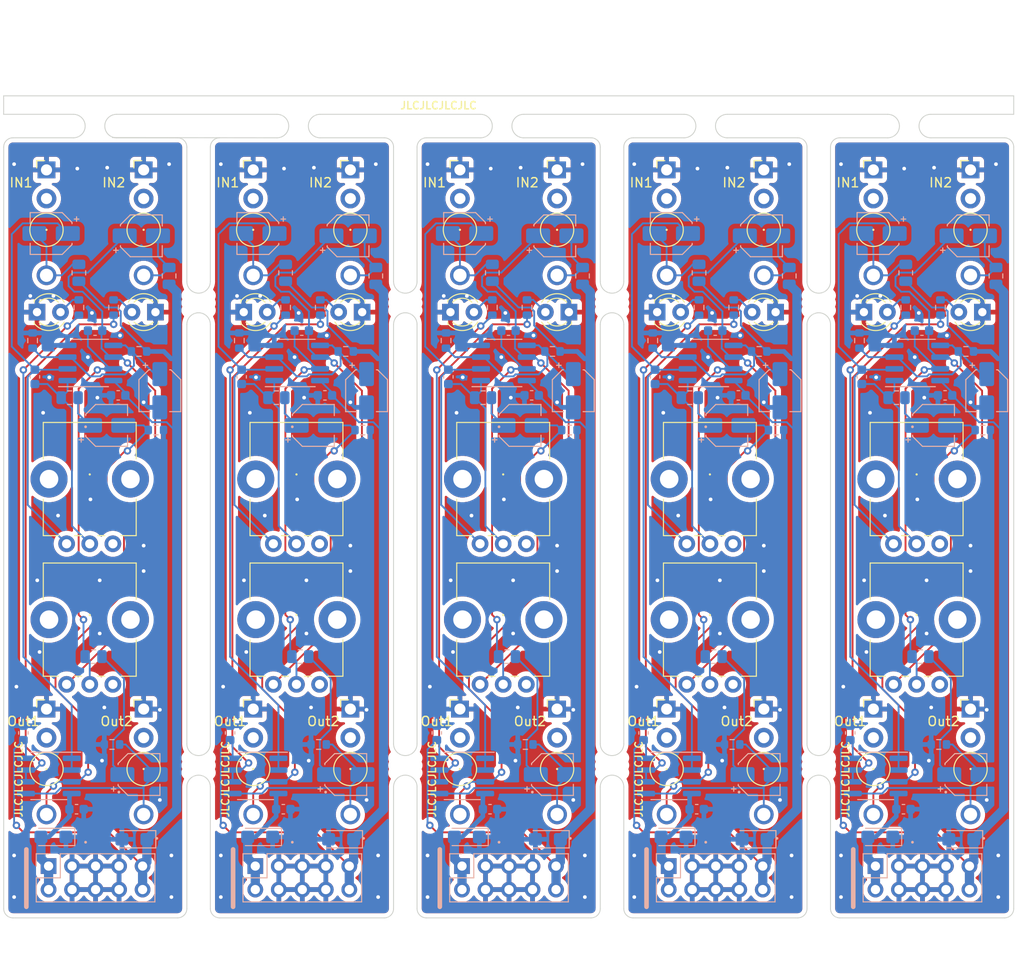
<source format=kicad_pcb>
(kicad_pcb (version 20211014) (generator pcbnew)
  (layers (0 "F.Cu" signal) (31 "B.Cu" signal) (34 "B.Paste" user) (35 "F.Paste" user) (36 "B.SilkS" user "B.Silkscreen") (37 "F.SilkS" user "F.Silkscreen") (38 "B.Mask" user) (39 "F.Mask" user) (44 "Edge.Cuts" user))
  (net 0 "")
  (net 1 "Net-(C1-Pad1)")
  (net 2 "Net-(C1-Pad2)")
  (net 3 "pot_a_L")
  (net 4 "Net-(C2-Pad2)")
  (net 5 "pot_b_L")
  (net 6 "Net-(C4-Pad1)")
  (net 7 "Net-(C4-Pad2)")
  (net 8 "pot_a_R")
  (net 9 "Net-(C5-Pad2)")
  (net 10 "pot_b_R")
  (net 11 "GND")
  (net 12 "+12V")
  (net 13 "-12V")
  (net 14 "vgnd")
  (net 19 "Net-(LED1-Pad2)")
  (net 20 "Net-(LED2-Pad2)")
  (net 21 "Net-(R4-Pad2)")
  (net 22 "Net-(R8-Pad2)")
  (footprint "Potentiometer_THT:Potentiometer_Alps_RK09K_Single_Vertical" (layer "F.Cu") (at 134.857 98.8 90)
    (fp_text reference "RV1" hide)
    (fp_text value "In1_Gain")
  )
  (footprint "mouse-bite-2.54mm-slot" (layer "F.Cu") (at 110.24 53.63 180)
    (fp_text reference "mouse-bite-2.54mm-slot1" hide)
    (fp_text value "VAL**" hide)
    (fp_arc (start 2.33 1.27) (mid 1.06 0) (end 2.33 -1.27) (layer "Edge.Cuts") (width 0.1))
    (fp_arc (start -2.33 -1.27) (mid -1.06 0) (end -2.33 1.27) (layer "Edge.Cuts") (width 0.1))
  )
  (footprint "LED_THT:LED_D3.0mm" (layer "F.Cu") (at 171.339 73.75)
    (fp_text reference "LED1" hide)
    (fp_text value "LED")
  )
  (footprint "LED_THT:LED_D3.0mm" (layer "F.Cu") (at 148.998 73.75)
    (fp_text reference "LED1" hide)
    (fp_text value "LED")
  )
  (footprint "mouse-bite-2.54mm-slot" (layer "F.Cu") (at 121.779 72.76 90)
    (fp_text reference "mouse-bite-2.54mm-slot" hide)
    (fp_text value "VAL**" hide)
    (fp_arc (start 2.33 1.27) (mid 1.06 0) (end 2.33 -1.27) (layer "Edge.Cuts") (width 0.1))
    (fp_arc (start -2.33 -1.27) (mid -1.06 0) (end -2.33 1.27) (layer "Edge.Cuts") (width 0.1))
  )
  (footprint "LED_THT:LED_D3.0mm" (layer "F.Cu") (at 81.975 73.75)
    (fp_text reference "LED1" hide)
    (fp_text value "LED")
  )
  (footprint "Connector_Audio:Jack_3.5mm_QingPu_WQP-PJ398SM_Vertical_CircularHoles" (layer "F.Cu") (at 172.364 58.37)
    (fp_text reference "IN1")
    (fp_text value "In1")
  )
  (footprint "mouse-bite-2.54mm-slot" (layer "F.Cu") (at 144.12 72.76 90)
    (fp_text reference "mouse-bite-2.54mm-slot" hide)
    (fp_text value "VAL**" hide)
    (fp_arc (start -2.33 -1.27) (mid -1.06 0) (end -2.33 1.27) (layer "Edge.Cuts") (width 0.1))
    (fp_arc (start 2.33 1.27) (mid 1.06 0) (end 2.33 -1.27) (layer "Edge.Cuts") (width 0.1))
  )
  (footprint "mouse-bite-2.54mm-slot" (layer "F.Cu") (at 176.24 53.63 180)
    (fp_text reference "mouse-bite-2.54mm-slot4" hide)
    (fp_text value "VAL**" hide)
    (fp_arc (start -2.33 -1.27) (mid -1.06 0) (end -2.33 1.27) (layer "Edge.Cuts") (width 0.1))
    (fp_arc (start 2.33 1.27) (mid 1.06 0) (end 2.33 -1.27) (layer "Edge.Cuts") (width 0.1))
  )
  (footprint "Connector_Audio:Jack_3.5mm_QingPu_WQP-PJ398SM_Vertical_CircularHoles" (layer "F.Cu") (at 105.341 58.37)
    (fp_text reference "IN1")
    (fp_text value "In1")
  )
  (footprint "Connector_Audio:Jack_3.5mm_QingPu_WQP-PJ398SM_Vertical_CircularHoles" (layer "F.Cu") (at 150.023 116.67)
    (fp_text reference "Out1")
    (fp_text value "Out1")
  )
  (footprint "Connector_Audio:Jack_3.5mm_QingPu_WQP-PJ398SM_Vertical_CircularHoles" (layer "F.Cu") (at 115.841 58.37)
    (fp_text reference "IN2")
    (fp_text value "In2")
  )
  (footprint "Connector_Audio:Jack_3.5mm_QingPu_WQP-PJ398SM_Vertical_CircularHoles" (layer "F.Cu") (at 115.841 116.67)
    (fp_text reference "Out2")
    (fp_text value "Out2")
  )
  (footprint "Potentiometer_THT:Potentiometer_Alps_RK09K_Single_Vertical" (layer "F.Cu") (at 112.516 98.8 90)
    (fp_text reference "RV1" hide)
    (fp_text value "In1_Gain")
  )
  (footprint "LED_THT:LED_D3.0mm" (layer "F.Cu") (at 161.798 73.75 180)
    (fp_text reference "LED2" hide)
    (fp_text value "LED")
  )
  (footprint "mouse-bite-2.54mm-slot" (layer "F.Cu") (at 99.438 122.76 90)
    (fp_text reference "mouse-bite-2.54mm-slot" hide)
    (fp_text value "VAL**" hide)
    (fp_arc (start 2.33 1.27) (mid 1.06 0) (end 2.33 -1.27) (layer "Edge.Cuts") (width 0.1))
    (fp_arc (start -2.33 -1.27) (mid -1.06 0) (end -2.33 1.27) (layer "Edge.Cuts") (width 0.1))
  )
  (footprint "LED_THT:LED_D3.0mm" (layer "F.Cu") (at 184.139 73.75 180)
    (fp_text reference "LED2" hide)
    (fp_text value "LED")
  )
  (footprint "LED_THT:LED_D3.0mm" (layer "F.Cu") (at 139.457 73.75 180)
    (fp_text reference "LED2" hide)
    (fp_text value "LED")
  )
  (footprint "Connector_Audio:Jack_3.5mm_QingPu_WQP-PJ398SM_Vertical_CircularHoles" (layer "F.Cu") (at 160.523 58.37)
    (fp_text reference "IN2")
    (fp_text value "In2")
  )
  (footprint "Potentiometer_THT:Potentiometer_Alps_RK09K_Single_Vertical" (layer "F.Cu") (at 157.198 114 90)
    (fp_text reference "RV2" hide)
    (fp_text value "In2_Gain")
  )
  (footprint "Potentiometer_THT:Potentiometer_Alps_RK09K_Single_Vertical" (layer "F.Cu") (at 157.198 98.8 90)
    (fp_text reference "RV1" hide)
    (fp_text value "In1_Gain")
  )
  (footprint "Potentiometer_THT:Potentiometer_Alps_RK09K_Single_Vertical" (layer "F.Cu") (at 112.516 114 90)
    (fp_text reference "RV2" hide)
    (fp_text value "In2_Gain")
  )
  (footprint "Connector_Audio:Jack_3.5mm_QingPu_WQP-PJ398SM_Vertical_CircularHoles" (layer "F.Cu") (at 93.5 116.67)
    (fp_text reference "Out2")
    (fp_text value "Out2")
  )
  (footprint "Connector_Audio:Jack_3.5mm_QingPu_WQP-PJ398SM_Vertical_CircularHoles" (layer "F.Cu") (at 105.341 116.67)
    (fp_text reference "Out1")
    (fp_text value "Out1")
  )
  (footprint "Connector_Audio:Jack_3.5mm_QingPu_WQP-PJ398SM_Vertical_CircularHoles" (layer "F.Cu") (at 138.182 116.67)
    (fp_text reference "Out2")
    (fp_text value "Out2")
  )
  (footprint "mouse-bite-2.54mm-slot" (layer "F.Cu") (at 154.24 53.63 180)
    (fp_text reference "mouse-bite-2.54mm-slot3" hide)
    (fp_text value "VAL**" hide)
    (fp_arc (start 2.33 1.27) (mid 1.06 0) (end 2.33 -1.27) (layer "Edge.Cuts") (width 0.1))
    (fp_arc (start -2.33 -1.27) (mid -1.06 0) (end -2.33 1.27) (layer "Edge.Cuts") (width 0.1))
  )
  (footprint "Connector_Audio:Jack_3.5mm_QingPu_WQP-PJ398SM_Vertical_CircularHoles" (layer "F.Cu") (at 138.182 58.37)
    (fp_text reference "IN2")
    (fp_text value "In2")
  )
  (footprint "Potentiometer_THT:Potentiometer_Alps_RK09K_Single_Vertical" (layer "F.Cu") (at 179.539 98.8 90)
    (fp_text reference "RV1" hide)
    (fp_text value "In1_Gain")
  )
  (footprint "Connector_Audio:Jack_3.5mm_QingPu_WQP-PJ398SM_Vertical_CircularHoles" (layer "F.Cu") (at 127.682 58.37)
    (fp_text reference "IN1")
    (fp_text value "In1")
  )
  (footprint "Potentiometer_THT:Potentiometer_Alps_RK09K_Single_Vertical" (layer "F.Cu") (at 134.857 114 90)
    (fp_text reference "RV2" hide)
    (fp_text value "In2_Gain")
  )
  (footprint "Connector_Audio:Jack_3.5mm_QingPu_WQP-PJ398SM_Vertical_CircularHoles" (layer "F.Cu") (at 172.364 116.67)
    (fp_text reference "Out1")
    (fp_text value "Out1")
  )
  (footprint "Connector_Audio:Jack_3.5mm_QingPu_WQP-PJ398SM_Vertical_CircularHoles" (layer "F.Cu") (at 182.864 58.37)
    (fp_text reference "IN2")
    (fp_text value "In2")
  )
  (footprint "LED_THT:LED_D3.0mm" (layer "F.Cu") (at 117.116 73.75 180)
    (fp_text reference "LED2" hide)
    (fp_text value "LED")
  )
  (footprint "LED_THT:LED_D3.0mm" (layer "F.Cu") (at 126.657 73.75)
    (fp_text reference "LED1" hide)
    (fp_text value "LED")
  )
  (footprint "Potentiometer_THT:Potentiometer_Alps_RK09K_Single_Vertical" (layer "F.Cu") (at 179.539 114 90)
    (fp_text reference "RV2" hide)
    (fp_text value "In2_Gain")
  )
  (footprint "mouse-bite-2.54mm-slot" (layer "F.Cu") (at 99.438 72.76 90)
    (fp_text reference "mouse-bite-2.54mm-slot" hide)
    (fp_text value "VAL**" hide)
    (fp_arc (start -2.33 -1.27) (mid -1.06 0) (end -2.33 1.27) (layer "Edge.Cuts") (width 0.1))
    (fp_arc (start 2.33 1.27) (mid 1.06 0) (end 2.33 -1.27) (layer "Edge.Cuts") (width 0.1))
  )
  (footprint "Connector_Audio:Jack_3.5mm_QingPu_WQP-PJ398SM_Vertical_CircularHoles" (layer "F.Cu") (at 83 58.37)
    (fp_text reference "IN1")
    (fp_text value "In1")
  )
  (footprint "Connector_Audio:Jack_3.5mm_QingPu_WQP-PJ398SM_Vertical_CircularHoles" (layer "F.Cu") (at 83 116.67)
    (fp_text reference "Out1")
    (fp_text value "Out1")
  )
  (footprint "mouse-bite-2.54mm-slot" (layer "F.Cu") (at 88.24 53.63 180)
    (fp_text reference "mouse-bite-2.54mm-slot" hide)
    (fp_text value "VAL**" hide)
    (fp_arc (start -2.33 -1.27) (mid -1.06 0) (end -2.33 1.27) (layer "Edge.Cuts") (width 0.1))
    (fp_arc (start 2.33 1.27) (mid 1.06 0) (end 2.33 -1.27) (layer "Edge.Cuts") (width 0.1))
  )
  (footprint "Connector_Audio:Jack_3.5mm_QingPu_WQP-PJ398SM_Vertical_CircularHoles" (layer "F.Cu") (at 127.682 116.67)
    (fp_text reference "Out1")
    (fp_text value "Out1")
  )
  (footprint "mouse-bite-2.54mm-slot" (layer "F.Cu") (at 121.779 122.76 90)
    (fp_text reference "mouse-bite-2.54mm-slot" hide)
    (fp_text value "VAL**" hide)
    (fp_arc (start -2.33 -1.27) (mid -1.06 0) (end -2.33 1.27) (layer "Edge.Cuts") (width 0.1))
    (fp_arc (start 2.33 1.27) (mid 1.06 0) (end 2.33 -1.27) (layer "Edge.Cuts") (width 0.1))
  )
  (footprint "Potentiometer_THT:Potentiometer_Alps_RK09K_Single_Vertical" (layer "F.Cu") (at 90.175 114 90)
    (fp_text reference "RV2" hide)
    (fp_text value "In2_Gain")
  )
  (footprint "Connector_Audio:Jack_3.5mm_QingPu_WQP-PJ398SM_Vertical_CircularHoles" (layer "F.Cu") (at 93.5 58.37)
    (fp_text reference "IN2")
    (fp_text value "In2")
  )
  (footprint "Audio_Module:soundcodes-logo-bm" (layer "F.Cu") (at 88.53 60.08)
    (fp_text reference "svg2mod" hide)
    (fp_text value "G***" hide)
  )
  (footprint "Connector_Audio:Jack_3.5mm_QingPu_WQP-PJ398SM_Vertical_CircularHoles" (layer "F.Cu") (at 160.523 116.67)
    (fp_text reference "Out2")
    (fp_text value "Out2")
  )
  (footprint "mouse-bite-2.54mm-slot" (layer "F.Cu") (at 144.12 122.76 90)
    (fp_text reference "mouse-bite-2.54mm-slot" hide)
    (fp_text value "VAL**" hide)
    (fp_arc (start 2.33 1.27) (mid 1.06 0) (end 2.33 -1.27) (layer "Edge.Cuts") (width 0.1))
    (fp_arc (start -2.33 -1.27) (mid -1.06 0) (end -2.33 1.27) (layer "Edge.Cuts") (width 0.1))
  )
  (footprint "Connector_Audio:Jack_3.5mm_QingPu_WQP-PJ398SM_Vertical_CircularHoles" (layer "F.Cu") (at 150.023 58.37)
    (fp_text reference "IN1")
    (fp_text value "In1")
  )
  (footprint "Connector_Audio:Jack_3.5mm_QingPu_WQP-PJ398SM_Vertical_CircularHoles" (layer "F.Cu") (at 182.864 116.67)
    (fp_text reference "Out2")
    (fp_text value "Out2")
  )
  (footprint "mouse-bite-2.54mm-slot" (layer "F.Cu") (at 166.461 72.76 90)
    (fp_text reference "mouse-bite-2.54mm-slot" hide)
    (fp_text value "VAL**" hide)
    (fp_arc (start 2.33 1.27) (mid 1.06 0) (end 2.33 -1.27) (layer "Edge.Cuts") (width 0.1))
    (fp_arc (start -2.33 -1.27) (mid -1.06 0) (end -2.33 1.27) (layer "Edge.Cuts") (width 0.1))
  )
  (footprint "mouse-bite-2.54mm-slot" (layer "F.Cu") (at 132.24 53.63 180)
    (fp_text reference "mouse-bite-2.54mm-slot2" hide)
    (fp_text value "VAL**" hide)
    (fp_arc (start -2.33 -1.27) (mid -1.06 0) (end -2.33 1.27) (layer "Edge.Cuts") (width 0.1))
    (fp_arc (start 2.33 1.27) (mid 1.06 0) (end 2.33 -1.27) (layer "Edge.Cuts") (width 0.1))
  )
  (footprint "LED_THT:LED_D3.0mm" (layer "F.Cu") (at 94.775 73.75 180)
    (fp_text reference "LED2" hide)
    (fp_text value "LED")
  )
  (footprint "mouse-bite-2.54mm-slot" (layer "F.Cu") (at 166.461 122.76 90)
    (fp_text reference "mouse-bite-2.54mm-slot" hide)
    (fp_text value "VAL**" hide)
    (fp_arc (start -2.33 -1.27) (mid -1.06 0) (end -2.33 1.27) (layer "Edge.Cuts") (width 0.1))
    (fp_arc (start 2.33 1.27) (mid 1.06 0) (end 2.33 -1.27) (layer "Edge.Cuts") (width 0.1))
  )
  (footprint "Potentiometer_THT:Potentiometer_Alps_RK09K_Single_Vertical" (layer "F.Cu") (at 90.175 98.8 90)
    (fp_text reference "RV1" hide)
    (fp_text value "In1_Gain")
  )
  (footprint "LED_THT:LED_D3.0mm" (layer "F.Cu") (at 104.316 73.75)
    (fp_text reference "LED1" hide)
    (fp_text value "LED")
  )
  (footprint "Resistor_SMD:R_0603_1608Metric" (layer "B.Cu") (at 182.364 78 180)
    (fp_text reference "R9" hide)
    (fp_text value "100k")
  )
  (footprint "Resistor_SMD:R_0805_2012Metric" (layer "B.Cu") (at 174.864 83)
    (fp_text reference "R2" hide)
    (fp_text value "51")
  )
  (footprint "Resistor_SMD:R_0603_1608Metric" (layer "B.Cu") (at 117.166 86.5)
    (fp_text reference "R3" hide)
    (fp_text value "100k")
  )
  (footprint "Resistor_SMD:R_0603_1608Metric" (layer "B.Cu") (at 90.075 120.5 180)
    (fp_text reference "R7" hide)
    (fp_text value "100k")
  )
  (footprint "Capacitor_SMD:C_0603_1608Metric" (layer "B.Cu") (at 80.5 119.25 -90)
    (fp_text reference "C7" hide)
    (fp_text value "100nf")
  )
  (footprint "Resistor_SMD:R_0805_2012Metric" (layer "B.Cu") (at 131.182 69.5 90)
    (fp_text reference "R1" hide)
    (fp_text value "20k")
  )
  (footprint "Resistor_SMD:R_0603_1608Metric" (layer "B.Cu") (at 103.841 76.825 90)
    (fp_text reference "R10" hide)
    (fp_text value "100k")
  )
  (footprint "Resistor_SMD:R_0805_2012Metric" (layer "B.Cu") (at 96.25 69.8375 90)
    (fp_text reference "R5" hide)
    (fp_text value "20k")
  )
  (footprint "Package_SO:SOIC-8_3.9x4.9mm_P1.27mm" (layer "B.Cu") (at 87.75 79.25)
    (fp_text reference "U1" hide)
    (fp_text value "TL072")
  )
  (footprint "Connector_PinHeader_2.54mm:PinHeader_2x05_P2.54mm_Vertical" (layer "B.Cu") (at 83.225 133.65 -90)
    (fp_text reference "J5" hide)
    (fp_text value "Conn_02x05_Odd_Even")
  )
  (footprint "Capacitor_SMD:CP_Elec_4x5.4" (layer "B.Cu") (at 156.523 86)
    (fp_text reference "C1" hide)
    (fp_text value "2.2uF")
  )
  (footprint "Capacitor_SMD:CP_Elec_4x5.4" (layer "B.Cu") (at 115.591 65.5)
    (fp_text reference "C5" hide)
    (fp_text value "2.2uF")
  )
  (footprint "Capacitor_SMD:CP_Elec_4x5.4" (layer "B.Cu") (at 117.591 82.25 -90)
    (fp_text reference "C11" hide)
    (fp_text value "2.2uF")
  )
  (footprint "Resistor_SMD:R_0603_1608Metric" (layer "B.Cu") (at 148.523 76.825 90)
    (fp_text reference "R10" hide)
    (fp_text value "100k")
  )
  (footprint "Resistor_SMD:R_0805_2012Metric" (layer "B.Cu") (at 185.614 69.8375 90)
    (fp_text reference "R5" hide)
    (fp_text value "20k")
  )
  (footprint "Capacitor_SMD:C_0603_1608Metric" (layer "B.Cu") (at 113.091 82.75)
    (fp_text reference "C10" hide)
    (fp_text value "100nf")
  )
  (footprint "Capacitor_SMD:CP_Elec_4x5.4" (layer "B.Cu") (at 128.182 65.25 180)
    (fp_text reference "C2" hide)
    (fp_text value "2.2uF")
  )
  (footprint "Capacitor_Tantalum_SMD:CP_EIA-3216-18_Kemet-A" (layer "B.Cu") (at 83.75 130.5 180)
    (fp_text reference "C9" hide)
    (fp_text value "10uf")
  )
  (footprint "Resistor_SMD:R_0603_1608Metric" (layer "B.Cu") (at 157.273 73.25 -90)
    (fp_text reference "R8" hide)
    (fp_text value "1k")
  )
  (footprint "Resistor_SMD:R_0805_2012Metric" (layer "B.Cu") (at 107.841 83)
    (fp_text reference "R2" hide)
    (fp_text value "51")
  )
  (footprint "Capacitor_SMD:CP_Elec_4x5.4" (layer "B.Cu") (at 182.364 123.75)
    (fp_text reference "C4" hide)
    (fp_text value "2.2uF")
  )
  (footprint "Capacitor_SMD:CP_Elec_4x5.4" (layer "B.Cu") (at 172.864 65.25 180)
    (fp_text reference "C2" hide)
    (fp_text value "2.2uF")
  )
  (footprint "Resistor_SMD:R_0603_1608Metric" (layer "B.Cu") (at 170.864 76.825 90)
    (fp_text reference "R10" hide)
    (fp_text value "100k")
  )
  (footprint "Capacitor_SMD:CP_Elec_4x5.4" (layer "B.Cu") (at 160.023 123.75)
    (fp_text reference "C4" hide)
    (fp_text value "2.2uF")
  )
  (footprint "Resistor_SMD:R_0603_1608Metric" (layer "B.Cu") (at 115.341 78 180)
    (fp_text reference "R9" hide)
    (fp_text value "100k")
  )
  (footprint "Capacitor_SMD:CP_Elec_4x5.4" (layer "B.Cu") (at 150.523 65.25 180)
    (fp_text reference "C2" hide)
    (fp_text value "2.2uF")
  )
  (footprint "Capacitor_Tantalum_SMD:CP_EIA-3216-18_Kemet-A" (layer "B.Cu") (at 128.432 130.5 180)
    (fp_text reference "C9" hide)
    (fp_text value "10uf")
  )
  (footprint "Capacitor_SMD:C_0603_1608Metric" (layer "B.Cu") (at 81.75 80.75 90)
    (fp_text reference "C3" hide)
    (fp_text value "15pF")
  )
  (footprint "Capacitor_SMD:C_0603_1608Metric" (layer "B.Cu") (at 110.591 75.75)
    (fp_text reference "C6" hide)
    (fp_text value "15pF")
  )
  (footprint "Capacitor_SMD:C_0603_1608Metric" (layer "B.Cu") (at 86.25 127.5)
    (fp_text reference "C8" hide)
    (fp_text value "100nf")
  )
  (footprint "Capacitor_SMD:C_0603_1608Metric" (layer "B.Cu") (at 148.773 80.75 90)
    (fp_text reference "C3" hide)
    (fp_text value "15pF")
  )
  (footprint "Resistor_SMD:R_0603_1608Metric" (layer "B.Cu") (at 175.864 73.25 -90)
    (fp_text reference "R4" hide)
    (fp_text value "1k")
  )
  (footprint "Capacitor_SMD:C_0603_1608Metric" (layer "B.Cu") (at 108.591 127.5)
    (fp_text reference "C8" hide)
    (fp_text value "100nf")
  )
  (footprint "Capacitor_SMD:C_0603_1608Metric" (layer "B.Cu") (at 126.432 80.75 90)
    (fp_text reference "C3" hide)
    (fp_text value "15pF")
  )
  (footprint "Capacitor_SMD:C_0603_1608Metric" (layer "B.Cu") (at 153.273 127.5)
    (fp_text reference "C8" hide)
    (fp_text value "100nf")
  )
  (footprint "Resistor_SMD:R_0805_2012Metric" (layer "B.Cu") (at 86.5 69.5 90)
    (fp_text reference "R1" hide)
    (fp_text value "20k")
  )
  (footprint "Capacitor_Tantalum_SMD:CP_EIA-3216-18_Kemet-A" (layer "B.Cu") (at 150.773 130.5 180)
    (fp_text reference "C9" hide)
    (fp_text value "10uf")
  )
  (footprint "Resistor_SMD:R_0603_1608Metric" (layer "B.Cu") (at 137.682 78 180)
    (fp_text reference "R9" hide)
    (fp_text value "100k")
  )
  (footprint "Resistor_SMD:R_0805_2012Metric" (layer "B.Cu") (at 152.523 83)
    (fp_text reference "R2" hide)
    (fp_text value "51")
  )
  (footprint "Resistor_SMD:R_0805_2012Metric" (layer "B.Cu") (at 132.7695 111 180)
    (fp_text reference "R6" hide)
    (fp_text value "51")
  )
  (footprint "Package_SO:SOIC-8_3.9x4.9mm_P1.27mm" (layer "B.Cu") (at 105.591 123.9 180)
    (fp_text reference "U2" hide)
    (fp_text value "TL072")
  )
  (footprint "Resistor_SMD:R_0603_1608Metric" (layer "B.Cu") (at 161.848 86.5)
    (fp_text reference "R3" hide)
    (fp_text value "100k")
  )
  (footprint "Capacitor_SMD:C_0603_1608Metric" (layer "B.Cu") (at 147.523 119.25 -90)
    (fp_text reference "C7" hide)
    (fp_text value "100nf")
  )
  (footprint "Resistor_SMD:R_0805_2012Metric" (layer "B.Cu") (at 153.523 69.5 90)
    (fp_text reference "R1" hide)
    (fp_text value "20k")
  )
  (footprint "Capacitor_SMD:C_0603_1608Metric" (layer "B.Cu") (at 125.182 119.25 -90)
    (fp_text reference "C7" hide)
    (fp_text value "100nf")
  )
  (footprint "Resistor_SMD:R_0603_1608Metric" (layer "B.Cu") (at 131.182 73.25 -90)
    (fp_text reference "R4" hide)
    (fp_text value "1k")
  )
  (footprint "Capacitor_SMD:CP_Elec_4x5.4" (layer "B.Cu") (at 162.273 82.25 -90)
    (fp_text reference "C11" hide)
    (fp_text value "2.2uF")
  )
  (footprint "Capacitor_Tantalum_SMD:CP_EIA-3216-18_Kemet-A" (layer "B.Cu") (at 137.182 130.75 180)
    (fp_text reference "C12" hide)
    (fp_text value "10uf")
  )
  (footprint "Capacitor_SMD:CP_Elec_4x5.4" (layer "B.Cu") (at 137.932 65.5)
    (fp_text reference "C5" hide)
    (fp_text value "2.2uF")
  )
  (footprint "Capacitor_SMD:CP_Elec_4x5.4" (layer "B.Cu") (at 93.25 65.5)
    (fp_text reference "C5" hide)
    (fp_text value "2.2uF")
  )
  (footprint "Package_SO:SOIC-8_3.9x4.9mm_P1.27mm" (layer "B.Cu") (at 110.091 79.25)
    (fp_text reference "U1" hide)
    (fp_text value "TL072")
  )
  (footprint "Capacitor_SMD:C_0603_1608Metric" (layer "B.Cu") (at 155.273 75.75)
    (fp_text reference "C6" hide)
    (fp_text value "15pF")
  )
  (footprint "Package_SO:SOIC-8_3.9x4.9mm_P1.27mm" (layer "B.Cu") (at 83.25 123.9 180)
    (fp_text reference "U2" hide)
    (fp_text value "TL072")
  )
  (footprint "Resistor_SMD:R_0603_1608Metric" (layer "B.Cu") (at 184.189 86.5)
    (fp_text reference "R3" hide)
    (fp_text value "100k")
  )
  (footprint "Resistor_SMD:R_0805_2012Metric" (layer "B.Cu") (at 155.1105 111 180)
    (fp_text reference "R6" hide)
    (fp_text value "51")
  )
  (footprint "Capacitor_SMD:CP_Elec_4x5.4" (layer "B.Cu") (at 83.5 65.25 180)
    (fp_text reference "C2" hide)
    (fp_text value "2.2uF")
  )
  (footprint "Capacitor_SMD:CP_Elec_4x5.4" (layer "B.Cu") (at 93 123.75)
    (fp_text reference "C4" hide)
    (fp_text value "2.2uF")
  )
  (footprint "Resistor_SMD:R_0603_1608Metric" (layer "B.Cu") (at 93 78 180)
    (fp_text reference "R9" hide)
    (fp_text value "100k")
  )
  (footprint "Connector_PinHeader_2.54mm:PinHeader_2x05_P2.54mm_Vertical" (layer "B.Cu") (at 150.248 133.65 -90)
    (fp_text reference "J5" hide)
    (fp_text value "Conn_02x05_Odd_Even")
  )
  (footprint "Capacitor_SMD:C_0603_1608Metric" (layer "B.Cu") (at 130.932 127.5)
    (fp_text reference "C8" hide)
    (fp_text value "100nf")
  )
  (footprint "Resistor_SMD:R_0603_1608Metric" (layer "B.Cu") (at 134.932 73.25 -90)
    (fp_text reference "R8" hide)
    (fp_text value "1k")
  )
  (footprint "Capacitor_Tantalum_SMD:CP_EIA-3216-18_Kemet-A" (layer "B.Cu") (at 173.114 130.5 180)
    (fp_text reference "C9" hide)
    (fp_text value "10uf")
  )
  (footprint "Resistor_SMD:R_0603_1608Metric" (layer "B.Cu") (at 81.5 76.825 90)
    (fp_text reference "R10" hide)
    (fp_text value "100k")
  )
  (footprint "Capacitor_Tantalum_SMD:CP_EIA-3216-18_Kemet-A" (layer "B.Cu") (at 181.864 130.75 180)
    (fp_text reference "C12" hide)
    (fp_text value "10uf")
  )
  (footprint "Connector_PinHeader_2.54mm:PinHeader_2x05_P2.54mm_Vertical" (layer "B.Cu") (at 172.589 133.65 -90)
    (fp_text reference "J5" hide)
    (fp_text value "Conn_02x05_Odd_Even")
  )
  (footprint "Capacitor_Tantalum_SMD:CP_EIA-3216-18_Kemet-A" (layer "B.Cu") (at 106.091 130.5 180)
    (fp_text reference "C9" hide)
    (fp_text value "10uf")
  )
  (footprint "Connector_PinHeader_2.54mm:PinHeader_2x05_P2.54mm_Vertical" (layer "B.Cu") (at 105.566 133.65 -90)
    (fp_text reference "J5" hide)
    (fp_text value "Conn_02x05_Odd_Even")
  )
  (footprint "Capacitor_SMD:C_0603_1608Metric" (layer "B.Cu") (at 171.114 80.75 90)
    (fp_text reference "C3" hide)
    (fp_text value "15pF")
  )
  (footprint "Capacitor_SMD:C_0603_1608Metric" (layer "B.Cu") (at 132.932 75.75)
    (fp_text reference "C6" hide)
    (fp_text value "15pF")
  )
  (footprint "Capacitor_SMD:C_0603_1608Metric" (layer "B.Cu") (at 90.75 82.75)
    (fp_text reference "C10" hide)
    (fp_text value "100nf")
  )
  (footprint "Resistor_SMD:R_0603_1608Metric" (layer "B.Cu") (at 139.507 86.5)
    (fp_text reference "R3" hide)
    (fp_text value "100k")
  )
  (footprint "Capacitor_SMD:C_0603_1608Metric" (layer "B.Cu") (at 88.25 75.75)
    (fp_text reference "C6" hide)
    (fp_text value "15pF")
  )
  (footprint "Resistor_SMD:R_0805_2012Metric" (layer "B.Cu") (at 130.182 83)
    (fp_text reference "R2" hide)
    (fp_text value "51")
  )
  (footprint "Package_SO:SOIC-8_3.9x4.9mm_P1.27mm" (layer "B.Cu") (at 132.432 79.25)
    (fp_text reference "U1" hide)
    (fp_text value "TL072")
  )
  (footprint "Resistor_SMD:R_0805_2012Metric" (layer "B.Cu") (at 110.4285 111 180)
    (fp_text reference "R6" hide)
    (fp_text value "51")
  )
  (footprint "Capacitor_SMD:C_0603_1608Metric" (layer "B.Cu") (at 177.614 75.75)
    (fp_text reference "C6" hide)
    (fp_text value "15pF")
  )
  (footprint "Capacitor_SMD:CP_Elec_4x5.4" (layer "B.Cu") (at 139.932 82.25 -90)
    (fp_text reference "C11" hide)
    (fp_text value "2.2uF")
  )
  (footprint "Capacitor_SMD:CP_Elec_4x5.4" (layer "B.Cu") (at 178.864 86)
    (fp_text reference "C1" hide)
    (fp_text value "2.2uF")
  )
  (footprint "Capacitor_SMD:CP_Elec_4x5.4" (layer "B.Cu") (at 160.273 65.5)
    (fp_text reference "C5" hide)
    (fp_text value "2.2uF")
  )
  (footprint "Resistor_SMD:R_0603_1608Metric" (layer "B.Cu") (at 112.416 120.5 180)
    (fp_text reference "R7" hide)
    (fp_text value "100k")
  )
  (footprint "Capacitor_SMD:C_0603_1608Metric" (layer "B.Cu") (at 104.091 80.75 90)
    (fp_text reference "C3" hide)
    (fp_text value "15pF")
  )
  (footprint "Capacitor_SMD:C_0603_1608Metric" (layer "B.Cu") (at 169.864 119.25 -90)
    (fp_text reference "C7" hide)
    (fp_text value "100nf")
  )
  (footprint "Capacitor_SMD:CP_Elec_4x5.4" (layer "B.Cu") (at 182.614 65.5)
    (fp_text reference "C5" hide)
    (fp_text value "2.2uF")
  )
  (footprint "Resistor_SMD:R_0603_1608Metric" (layer "B.Cu") (at 179.439 120.5 180)
    (fp_text reference "R7" hide)
    (fp_text value "100k")
  )
  (footprint "Package_SO:SOIC-8_3.9x4.9mm_P1.27mm" (layer "B.Cu") (at 154.773 79.25)
    (fp_text reference "U1" hide)
    (fp_text value "TL072")
  )
  (footprint "Resistor_SMD:R_0805_2012Metric" (layer "B.Cu") (at 177.4515 111 180)
    (fp_text reference "R6" hide)
    (fp_text value "51")
  )
  (footprint "Resistor_SMD:R_0805_2012Metric" (layer "B.Cu") (at 108.841 69.5 90)
    (fp_text reference "R1" hide)
    (fp_text value "20k")
  )
  (footprint "Capacitor_SMD:CP_Elec_4x5.4" (layer "B.Cu") (at 137.682 123.75)
    (fp_text reference "C4" hide)
    (fp_text value "2.2uF")
  )
  (footprint "Resistor_SMD:R_0603_1608Metric" (layer "B.Cu") (at 112.591 73.25 -90)
    (fp_text reference "R8" hide)
    (fp_text value "1k")
  )
  (footprint "Capacitor_Tantalum_SMD:CP_EIA-3216-18_Kemet-A" (layer "B.Cu") (at 92.5 130.75 180)
    (fp_text reference "C12" hide)
    (fp_text value "10uf")
  )
  (footprint "Resistor_SMD:R_0603_1608Metric" (layer "B.Cu") (at 153.523 73.25 -90)
    (fp_text reference "R4" hide)
    (fp_text value "1k")
  )
  (footprint "Resistor_SMD:R_0805_2012Metric" (layer "B.Cu") (at 118.591 69.8375 90)
    (fp_text reference "R5" hide)
    (fp_text value "20k")
  )
  (footprint "Resistor_SMD:R_0603_1608Metric" (layer "B.Cu") (at 179.614 73.25 -90)
    (fp_text reference "R8" hide)
    (fp_text value "1k")
  )
  (footprint "Resistor_SMD:R_0603_1608Metric" (layer "B.Cu") (at 108.841 73.25 -90)
    (fp_text reference "R4" hide)
    (fp_text value "1k")
  )
  (footprint "Capacitor_Tantalum_SMD:CP_EIA-3216-18_Kemet-A" (layer "B.Cu") (at 159.523 130.75 180)
    (fp_text reference "C12" hide)
    (fp_text value "10uf")
  )
  (footprint "Resistor_SMD:R_0805_2012Metric" (layer "B.Cu") (at 140.932 69.8375 90)
    (fp_text reference "R5" hide)
    (fp_text value "20k")
  )
  (footprint "Capacitor_SMD:CP_Elec_4x5.4" (layer "B.Cu") (at 89.5 86)
    (fp_text reference "C1" hide)
    (fp_text value "2.2uF")
  )
  (footprint "Package_SO:SOIC-8_3.9x4.9mm_P1.27mm" (layer "B.Cu") (at 150.273 123.9 180)
    (fp_text reference "U2" hide)
    (fp_text value "TL072")
  )
  (footprint "Capacitor_SMD:CP_Elec_4x5.4" (layer "B.Cu") (at 95.25 82.25 -90)
    (fp_text reference "C11" hide)
    (fp_text value "2.2uF")
  )
  (footprint "Package_SO:SOIC-8_3.9x4.9mm_P1.27mm" (layer "B.Cu") (at 127.932 123.9 180)
    (fp_text reference "U2" hide)
    (fp_text value "TL072")
  )
  (footprint "Resistor_SMD:R_0603_1608Metric" (layer "B.Cu") (at 90.25 73.25 -90)
    (fp_text reference "R8" hide)
    (fp_text value "1k")
  )
  (footprint "Capacitor_SMD:C_0603_1608Metric" (layer "B.Cu") (at 102.841 119.25 -90)
    (fp_text reference "C7" hide)
    (fp_text value "100nf")
  )
  (footprint "Resistor_SMD:R_0603_1608Metric" (layer "B.Cu") (at 86.5 73.25 -90)
    (fp_text reference "R4" hide)
    (fp_text value "1k")
  )
  (footprint "Resistor_SMD:R_0805_2012Metric" (layer "B.Cu") (at 175.864 69.5 90)
    (fp_text reference "R1" hide)
    (fp_text value "20k")
  )
  (footprint "Resistor_SMD:R_0805_2012Metric" (layer "B.Cu") (at 163.273 69.8375 90)
    (fp_text reference "R5" hide)
    (fp_text value "20k")
  )
  (footprint "Capacitor_SMD:C_0603_1608Metric" (layer "B.Cu") (at 180.114 82.75)
    (fp_text reference "C10" hide)
    (fp_text value "100nf")
  )
  (footprint "Resistor_SMD:R_0603_1608Metric" (layer "B.Cu") (at 94.825 86.5)
    (fp_text reference "R3" hide)
    (fp_text value "100k")
  )
  (footprint "Capacitor_SMD:C_0603_1608Metric" (layer "B.Cu") (at 157.773 82.75)
    (fp_text reference "C10" hide)
    (fp_text value "100nf")
  )
  (footprint "Resistor_SMD:R_0603_1608Metric" (layer "B.Cu") (at 126.182 76.825 90)
    (fp_text reference "R10" hide)
    (fp_text value "100k")
  )
  (footprint "Capacitor_SMD:CP_Elec_4x5.4" (layer "B.Cu") (at 184.614 82.25 -90)
    (fp_text reference "C11" hide)
    (fp_text value "2.2uF")
  )
  (footprint "Package_SO:SOIC-8_3.9x4.9mm_P1.27mm" (layer "B.Cu") (at 177.114 79.25)
    (fp_text reference "U1" hide)
    (fp_text value "TL072")
  )
  (footprint "Capacitor_Tantalum_SMD:CP_EIA-3216-18_Kemet-A" (layer "B.Cu") (at 114.841 130.75 180)
    (fp_text reference "C12" hide)
    (fp_text value "10uf")
  )
  (footprint "Resistor_SMD:R_0805_2012Metric" (layer "B.Cu") (at 85.5 83)
    (fp_text reference "R2" hide)
    (fp_text value "51")
  )
  (footprint "Resistor_SMD:R_0603_1608Metric" (layer "B.Cu") (at 134.757 120.5 180)
    (fp_text reference "R7" hide)
    (fp_text value "100k")
  )
  (footprint "Capacitor_SMD:CP_Elec_4x5.4" (layer "B.Cu") (at 115.341 123.75)
    (fp_text reference "C4" hide)
    (fp_text value "2.2uF")
  )
  (footprint "Capacitor_SMD:CP_Elec_4x5.4" (layer "B.Cu") (at 111.841 86)
    (fp_text reference "C1" hide)
    (fp_text value "2.2uF")
  )
  (footprint "Capacitor_SMD:CP_Elec_4x5.4" (layer "B.Cu") (at 134.182 86)
    (fp_text reference "C1" hide)
    (fp_text value "2.2uF")
  )
  (footprint "Capacitor_SMD:C_0603_1608Metric" (layer "B.Cu") (at 135.432 82.75)
    (fp_text reference "C10" hide)
    (fp_text value "100nf")
  )
  (footprint "Capacitor_SMD:C_0603_1608Metric" (layer "B.Cu") (at 175.614 127.5)
    (fp_text reference "C8" hide)
    (fp_text value "100nf")
  )
  (footprint "Connector_PinHeader_2.54mm:PinHeader_2x05_P2.54mm_Vertical" (layer "B.Cu") (at 127.907 133.65 -90)
    (fp_text reference "J5" hide)
    (fp_text value "Conn_02x05_Odd_Even")
  )
  (footprint "Resistor_SMD:R_0805_2012Metric" (layer "B.Cu") (at 88.0875 111 180)
    (fp_text reference "R6" hide)
    (fp_text value "51")
  )
  (footprint "Capacitor_SMD:CP_Elec_4x5.4" (layer "B.Cu") (at 105.841 65.25 180)
    (fp_text reference "C2" hide)
    (fp_text value "2.2uF")
  )
  (footprint "Resistor_SMD:R_0603_1608Metric" (layer "B.Cu") (at 160.023 78 180)
    (fp_text reference "R9" hide)
    (fp_text value "100k")
  )
  (footprint "Package_SO:SOIC-8_3.9x4.9mm_P1.27mm" (layer "B.Cu") (at 172.614 123.9 180)
    (fp_text reference "U2" hide)
    (fp_text value "TL072")
  )
  (footprint "Resistor_SMD:R_0603_1608Metric" (layer "B.Cu") (at 157.098 120.5 180)
    (fp_text reference "R7" hide)
    (fp_text value "100k")
  )
  (gr_circle (center 157.848 125.65) (end 157.848 125.65) (layer "B.SilkS") (width 0.15) (fill none))
  (gr_circle (center 135.507 125.65) (end 135.507 125.65) (layer "B.SilkS") (width 0.15) (fill none))
  (gr_line (start 170.189 131.85) (end 170.189 138.05) (layer "B.SilkS") (width 0.5))
  (gr_line (start 80.825 131.85) (end 80.825 138.05) (layer "B.SilkS") (width 0.5))
  (gr_circle (center 109.566 131.07) (end 109.566 131.07) (layer "B.SilkS") (width 0.15) (fill none))
  (gr_circle (center 109.566 86.15) (end 109.566 86.15) (layer "B.SilkS") (width 0.15) (fill none))
  (gr_line (start 103.166 131.85) (end 103.166 138.05) (layer "B.SilkS") (width 0.5))
  (gr_circle (center 131.907 86.15) (end 131.907 86.15) (layer "B.SilkS") (width 0.15) (fill none))
  (gr_circle (center 87.225 131.07) (end 87.225 131.07) (layer "B.SilkS") (width 0.15) (fill none))
  (gr_circle (center 87.225 86.15) (end 87.225 86.15) (layer "B.SilkS") (width 0.15) (fill none))
  (gr_circle (center 176.589 131.07) (end 176.589 131.07) (layer "B.SilkS") (width 0.15) (fill none))
  (gr_circle (center 161.948 130.65) (end 161.948 130.65) (layer "B.SilkS") (width 0.15) (fill none))
  (gr_circle (center 176.589 86.15) (end 176.589 86.15) (layer "B.SilkS") (width 0.15) (fill none))
  (gr_circle (center 90.825 125.65) (end 90.825 125.65) (layer "B.SilkS") (width 0.15) (fill none))
  (gr_line (start 147.848 131.85) (end 147.848 138.05) (layer "B.SilkS") (width 0.5))
  (gr_circle (center 113.166 125.65) (end 113.166 125.65) (layer "B.SilkS") (width 0.15) (fill none))
  (gr_circle (center 154.248 86.15) (end 154.248 86.15) (layer "B.SilkS") (width 0.15) (fill none))
  (gr_circle (center 94.925 130.65) (end 94.925 130.65) (layer "B.SilkS") (width 0.15) (fill none))
  (gr_circle (center 139.607 130.65) (end 139.607 130.65) (layer "B.SilkS") (width 0.15) (fill none))
  (gr_circle (center 154.248 131.07) (end 154.248 131.07) (layer "B.SilkS") (width 0.15) (fill none))
  (gr_line (start 125.507 131.85) (end 125.507 138.05) (layer "B.SilkS") (width 0.5))
  (gr_circle (center 180.189 125.65) (end 180.189 125.65) (layer "B.SilkS") (width 0.15) (fill none))
  (gr_circle (center 117.266 130.65) (end 117.266 130.65) (layer "B.SilkS") (width 0.15) (fill none))
  (gr_circle (center 131.907 131.07) (end 131.907 131.07) (layer "B.SilkS") (width 0.15) (fill none))
  (gr_circle (center 184.289 130.65) (end 184.289 130.65) (layer "B.SilkS") (width 0.15) (fill none))
  (gr_line (start 78.37 50.36) (end 187.53 50.36) (layer "Edge.Cuts") (width 0.1))
  (gr_line (start 120.509 55.9) (end 120.509 70.43) (layer "Edge.Cuts") (width 0.1))
  (gr_line (start 85.91 52.36) (end 78.37 52.36) (layer "Edge.Cuts") (width 0.1))
  (gr_line (start 78.37 52.36) (end 78.37 50.36) (layer "Edge.Cuts") (width 0.1))
  (gr_arc (start 186.531893 54.9) (mid 187.239 55.192893) (end 187.531893 55.9) (layer "Edge.Cuts") (width 0.1))
  (gr_line (start 100.708 55.9) (end 100.708 70.43) (layer "Edge.Cuts") (width 0.1))
  (gr_line (start 151.91 52.36) (end 134.57 52.36) (layer "Edge.Cuts") (width 0.1))
  (gr_line (start 151.91 54.9) (end 146.398 54.9) (layer "Edge.Cuts") (width 0.1))
  (gr_arc (start 100.708 55.9) (mid 101.004893 55.191237) (end 101.716 54.9) (layer "Edge.Cuts") (width 0.1))
  (gr_line (start 141.849893 54.9) (end 134.57 54.9) (layer "Edge.Cuts") (width 0.1))
  (gr_line (start 78.375 55.9) (end 78.375 138.25) (layer "Edge.Cuts") (width 0.1))
  (gr_line (start 124.057 139.25) (end 141.849893 139.25) (layer "Edge.Cuts") (width 0.1))
  (gr_arc (start 101.716 139.25) (mid 101.005308 138.959764) (end 100.708 138.252) (layer "Edge.Cuts") (width 0.1))
  (gr_line (start 100.708 75.09) (end 100.708 120.43) (layer "Edge.Cuts") (width 0.1))
  (gr_arc (start 167.731 55.9) (mid 168.027893 55.191237) (end 168.739 54.9) (layer "Edge.Cuts") (width 0.1))
  (gr_line (start 79.375 139.25) (end 97.167893 139.25) (layer "Edge.Cuts") (width 0.1))
  (gr_line (start 187.531893 55.9) (end 187.531893 138.25) (layer "Edge.Cuts") (width 0.1))
  (gr_arc (start 78.375 55.9) (mid 78.667893 55.192893) (end 79.375 54.9) (layer "Edge.Cuts") (width 0.1))
  (gr_arc (start 164.190893 54.9) (mid 164.898 55.192893) (end 165.190893 55.9) (layer "Edge.Cuts") (width 0.1))
  (gr_arc (start 187.531893 138.25) (mid 187.239 138.957107) (end 186.531893 139.25) (layer "Edge.Cuts") (width 0.1))
  (gr_line (start 119.508893 54.9) (end 112.57 54.9) (layer "Edge.Cuts") (width 0.1))
  (gr_arc (start 119.508893 54.9) (mid 120.216 55.192893) (end 120.508893 55.9) (layer "Edge.Cuts") (width 0.1))
  (gr_line (start 98.168 55.9) (end 98.168 70.43) (layer "Edge.Cuts") (width 0.1))
  (gr_line (start 173.91 54.9) (end 168.739 54.9) (layer "Edge.Cuts") (width 0.1))
  (gr_line (start 178.57 52.36) (end 187.53 52.36) (layer "Edge.Cuts") (width 0.1))
  (gr_line (start 123.049 75.09) (end 123.049 120.43) (layer "Edge.Cuts") (width 0.1))
  (gr_arc (start 120.508893 138.25) (mid 120.216 138.957107) (end 119.508893 139.25) (layer "Edge.Cuts") (width 0.1))
  (gr_line (start 145.39 125.09) (end 145.39 138.252) (layer "Edge.Cuts") (width 0.1))
  (gr_arc (start 97.167893 54.9) (mid 97.875 55.192893) (end 98.167893 55.9) (layer "Edge.Cuts") (width 0.1))
  (gr_line (start 187.53 52.36) (end 187.53 50.36) (layer "Edge.Cuts") (width 0.1))
  (gr_arc (start 146.398 139.25) (mid 145.687308 138.959764) (end 145.39 138.252) (layer "Edge.Cuts") (width 0.1))
  (gr_arc (start 165.190893 138.25) (mid 164.898 138.957107) (end 164.190893 139.25) (layer "Edge.Cuts") (width 0.1))
  (gr_line (start 98.168 125.09) (end 98.167893 138.25) (layer "Edge.Cuts") (width 0.1))
  (gr_arc (start 79.375 139.25) (mid 78.667893 138.957107) (end 78.375 138.25) (layer "Edge.Cuts") (width 0.1))
  (gr_line (start 145.39 55.9) (end 145.39 70.43) (layer "Edge.Cuts") (width 0.1))
  (gr_line (start 85.91 54.9) (end 79.375 54.9) (layer "Edge.Cuts") (width 0.1))
  (gr_line (start 142.85 125.09) (end 142.849893 138.25) (layer "Edge.Cuts") (width 0.1))
  (gr_line (start 129.91 52.36) (end 112.57 52.36) (layer "Edge.Cuts") (width 0.1))
  (gr_line (start 165.191 125.09) (end 165.190893 138.25) (layer "Edge.Cuts") (width 0.1))
  (gr_arc (start 142.849893 138.25) (mid 142.557 138.957107) (end 141.849893 139.25) (layer "Edge.Cuts") (width 0.1))
  (gr_arc (start 141.849893 54.9) (mid 142.557 55.192893) (end 142.849893 55.9) (layer "Edge.Cuts") (width 0.1))
  (gr_line (start 164.190893 54.9) (end 156.57 54.9) (layer "Edge.Cuts") (width 0.1))
  (gr_line (start 120.509 125.09) (end 120.508893 138.25) (layer "Edge.Cuts") (width 0.1))
  (gr_arc (start 123.049 55.9) (mid 123.345893 55.191237) (end 124.057 54.9) (layer "Edge.Cuts") (width 0.1))
  (gr_line (start 145.39 75.09) (end 145.39 120.43) (layer "Edge.Cuts") (width 0.1))
  (gr_arc (start 124.057 139.25) (mid 123.346308 138.959764) (end 123.049 138.252) (layer "Edge.Cuts") (width 0.1))
  (gr_line (start 165.191 55.9) (end 165.191 70.43) (layer "Edge.Cuts") (width 0.1))
  (gr_line (start 142.85 55.9) (end 142.85 70.43) (layer "Edge.Cuts") (width 0.1))
  (gr_line (start 165.191 75.09) (end 165.191 120.43) (layer "Edge.Cuts") (width 0.1))
  (gr_line (start 120.509 75.09) (end 120.509 120.43) (layer "Edge.Cuts") (width 0.1))
  (gr_line (start 186.531893 54.9) (end 178.57 54.9) (layer "Edge.Cuts") (width 0.1))
  (gr_line (start 173.91 52.36) (end 156.57 52.36) (layer "Edge.Cuts") (width 0.1))
  (gr_arc (start 145.39 55.9) (mid 145.686893 55.191237) (end 146.398 54.9) (layer "Edge.Cuts") (width 0.1))
  (gr_line (start 167.731 55.9) (end 167.731 70.43) (layer "Edge.Cuts") (width 0.1))
  (gr_line (start 98.168 75.09) (end 98.168 120.43) (layer "Edge.Cuts") (width 0.1))
  (gr_line (start 167.731 125.09) (end 167.731 138.252) (layer "Edge.Cuts") (width 0.1))
  (gr_arc (start 168.739 139.25) (mid 168.028308 138.959764) (end 167.731 138.252) (layer "Edge.Cuts") (width 0.1))
  (gr_line (start 101.716 139.25) (end 119.508893 139.25) (layer "Edge.Cuts") (width 0.1))
  (gr_line (start 168.739 139.25) (end 186.531893 139.25) (layer "Edge.Cuts") (width 0.1))
  (gr_line (start 142.85 75.09) (end 142.85 120.43) (layer "Edge.Cuts") (width 0.1))
  (gr_line (start 146.398 139.25) (end 164.190893 139.25) (layer "Edge.Cuts") (width 0.1))
  (gr_line (start 123.049 55.9) (end 123.049 70.43) (layer "Edge.Cuts") (width 0.1))
  (gr_line (start 107.91 52.36) (end 90.57 52.36) (layer "Edge.Cuts") (width 0.1))
  (gr_line (start 107.91 54.9) (end 90.127107 54.88) (layer "Edge.Cuts") (width 0.1))
  (gr_line (start 97.167893 54.9) (end 90.57 54.9) (layer "Edge.Cuts") (width 0.1))
  (gr_line (start 129.91 54.9) (end 124.057 54.9) (layer "Edge.Cuts") (width 0.1))
  (gr_line (start 167.731 75.09) (end 167.731 120.43) (layer "Edge.Cuts") (width 0.1))
  (gr_arc (start 98.167893 138.25) (mid 97.875 138.957107) (end 97.167893 139.25) (layer "Edge.Cuts") (width 0.1))
  (gr_line (start 123.049 125.09) (end 123.049 138.252) (layer "Edge.Cuts") (width 0.1))
  (gr_line (start 100.708 125.09) (end 100.708 138.252) (layer "Edge.Cuts") (width 0.1))
  (gr_text "JLCJLCJLCJLC" (at 147.023 124.25 90) (layer "F.SilkS") (effects (font (size 0.8 0.8))))
  (gr_text "JLCJLCJLCJLC" (at 124.682 124.25 90) (layer "F.SilkS") (effects (font (size 0.8 0.8))))
  (gr_text "JLCJLCJLCJLC" (at 80 124.25 90) (layer "F.SilkS") (effects (font (size 0.8 0.8))))
  (gr_text "JLCJLCJLCJLC" (at 169.364 124.25 90) (layer "F.SilkS") (effects (font (size 0.8 0.8))))
  (gr_text "JLCJLCJLCJLC" (at 125.37 51.41) (layer "F.SilkS") (effects (font (size 0.8 0.8))))
  (gr_text "JLCJLCJLCJLC" (at 102.341 124.25 90) (layer "F.SilkS") (effects (font (size 0.8 0.8))))
  (segment (start 153.4355 84.7125) (end 154.723 86) (width 0.2) (layer "B.Cu") (net 1))
  (segment (start 131.0945 83) (end 131.0945 84.7125) (width 0.2) (layer "B.Cu") (net 1))
  (segment (start 108.7535 83) (end 108.7535 84.7125) (width 0.2) (layer "B.Cu") (net 1))
  (segment (start 153.4355 83) (end 153.4355 84.7125) (width 0.2) (layer "B.Cu") (net 1))
  (segment (start 86.4125 84.7125) (end 87.7 86) (width 0.2) (layer "B.Cu") (net 1))
  (segment (start 86.4125 83) (end 86.4125 84.7125) (width 0.2) (layer "B.Cu") (net 1))
  (segment (start 131.0945 84.7125) (end 132.382 86) (width 0.2) (layer "B.Cu") (net 1))
  (segment (start 175.7765 84.7125) (end 177.064 86) (width 0.2) (layer "B.Cu") (net 1))
  (segment (start 175.7765 83) (end 175.7765 84.7125) (width 0.2) (layer "B.Cu") (net 1))
  (segment (start 108.7535 84.7125) (end 110.041 86) (width 0.2) (layer "B.Cu") (net 1))
  (segment (start 134.182 90.75) (end 136.182 88.75) (width 0.2) (layer "F.Cu") (net 2))
  (segment (start 106.316489 111.524511) (end 113.715511 104.125489) (width 0.2) (layer "F.Cu") (net 2))
  (segment (start 109.841 118.021366) (end 106.316489 114.496855) (width 0.2) (layer "F.Cu") (net 2))
  (segment (start 172.364 125.75) (end 172.364 127.67) (width 0.2) (layer "F.Cu") (net 2))
  (segment (start 91.374511 95.124511) (end 89.5 93.25) (width 0.2) (layer "F.Cu") (net 2))
  (segment (start 150.773 125) (end 150.023 125.75) (width 0.2) (layer "F.Cu") (net 2))
  (segment (start 150.023 125.75) (end 150.023 127.67) (width 0.2) (layer "F.Cu") (net 2))
  (segment (start 136.182 88.75) (end 136.432 88.75) (width 0.2) (layer "F.Cu") (net 2))
  (segment (start 158.397511 95.124511) (end 156.523 93.25) (width 0.2) (layer "F.Cu") (net 2))
  (segment (start 172.364 127.67) (end 172.764 128.07) (width 0.2) (layer "F.Cu") (net 2))
  (segment (start 176.864 118.021366) (end 173.339489 114.496855) (width 0.2) (layer "F.Cu") (net 2))
  (segment (start 173.339489 111.524511) (end 180.738511 104.125489) (width 0.2) (layer "F.Cu") (net 2))
  (segment (start 154.523 118.021366) (end 150.998489 114.496855) (width 0.2) (layer "F.Cu") (net 2))
  (segment (start 128.657489 114.496855) (end 128.657489 111.524511) (width 0.2) (layer "F.Cu") (net 2))
  (segment (start 83.975489 111.524511) (end 91.374511 104.125489) (width 0.2) (layer "F.Cu") (net 2))
  (segment (start 83 127.67) (end 83.4 128.07) (width 0.2) (layer "F.Cu") (net 2))
  (segment (start 150.998489 114.496855) (end 150.998489 111.524511) (width 0.2) (layer "F.Cu") (net 2))
  (segment (start 83 125.75) (end 83 127.67) (width 0.2) (layer "F.Cu") (net 2))
  (segment (start 150.998489 111.524511) (end 158.397511 104.125489) (width 0.2) (layer "F.Cu") (net 2))
  (segment (start 109.841 123.5) (end 109.841 118.021366) (width 0.2) (layer "F.Cu") (net 2))
  (segment (start 91.374511 104.125489) (end 91.374511 95.124511) (width 0.2) (layer "F.Cu") (net 2))
  (segment (start 173.114 125) (end 172.364 125.75) (width 0.2) (layer "F.Cu") (net 2))
  (segment (start 132.182 123.5) (end 132.182 118.021366) (width 0.2) (layer "F.Cu") (net 2))
  (segment (start 150.023 127.67) (end 150.423 128.07) (width 0.2) (layer "F.Cu") (net 2))
  (segment (start 89.5 90.75) (end 91.5 88.75) (width 0.2) (layer "F.Cu") (net 2))
  (segment (start 105.341 125.75) (end 105.341 127.67) (width 0.2) (layer "F.Cu") (net 2))
  (segment (start 180.864 88.75) (end 181.114 88.75) (width 0.2) (layer "F.Cu") (net 2))
  (segment (start 158.523 88.75) (end 158.773 88.75) (width 0.2) (layer "F.Cu") (net 2))
  (segment (start 128.432 125) (end 127.682 125.75) (width 0.2) (layer "F.Cu") (net 2))
  (segment (start 158.397511 104.125489) (end 158.397511 95.124511) (width 0.2) (layer "F.Cu") (net 2))
  (segment (start 128.657489 111.524511) (end 136.056511 104.125489) (width 0.2) (layer "F.Cu") (net 2))
  (segment (start 113.715511 95.124511) (end 111.841 93.25) (width 0.2) (layer "F.Cu") (net 2))
  (segment (start 111.841 90.75) (end 113.841 88.75) (width 0.2) (layer "F.Cu") (net 2))
  (segment (start 106.316489 114.496855) (end 106.316489 111.524511) (width 0.2) (layer "F.Cu") (net 2))
  (segment (start 106.091 125) (end 105.341 125.75) (width 0.2) (layer "F.Cu") (net 2))
  (segment (start 105.341 127.67) (end 105.741 128.07) (width 0.2) (layer "F.Cu") (net 2))
  (segment (start 134.182 93.25) (end 134.182 90.75) (width 0.2) (layer "F.Cu") (net 2))
  (segment (start 127.682 125.75) (end 127.682 127.67) (width 0.2) (layer "F.Cu") (net 2))
  (segment (start 156.523 90.75) (end 158.523 88.75) (width 0.2) (layer "F.Cu") (net 2))
  (segment (start 132.182 118.021366) (end 128.657489 114.496855) (width 0.2) (layer "F.Cu") (net 2))
  (segment (start 91.5 88.75) (end 91.75 88.75) (width 0.2) (layer "F.Cu") (net 2))
  (segment (start 127.682 127.67) (end 128.082 128.07) (width 0.2) (layer "F.Cu") (net 2))
  (segment (start 136.056511 104.125489) (end 136.056511 95.124511) (width 0.2) (layer "F.Cu") (net 2))
  (segment (start 136.056511 95.124511) (end 134.182 93.25) (width 0.2) (layer "F.Cu") (net 2))
  (segment (start 113.841 88.75) (end 114.091 88.75) (width 0.2) (layer "F.Cu") (net 2))
  (segment (start 111.841 93.25) (end 111.841 90.75) (width 0.2) (layer "F.Cu") (net 2))
  (segment (start 173.339489 114.496855) (end 173.339489 111.524511) (width 0.2) (layer "F.Cu") (net 2))
  (segment (start 87.5 118.021366) (end 83.975489 114.496855) (width 0.2) (layer "F.Cu") (net 2))
  (segment (start 156.523 93.25) (end 156.523 90.75) (width 0.2) (layer "F.Cu") (net 2))
  (segment (start 89.5 93.25) (end 89.5 90.75) (width 0.2) (layer "F.Cu") (net 2))
  (segment (start 180.738511 104.125489) (end 180.738511 95.124511) (width 0.2) (layer "F.Cu") (net 2))
  (segment (start 154.523 123.5) (end 154.523 118.021366) (width 0.2) (layer "F.Cu") (net 2))
  (segment (start 83.975489 114.496855) (end 83.975489 111.524511) (width 0.2) (layer "F.Cu") (net 2))
  (segment (start 83.75 125) (end 83 125.75) (width 0.2) (layer "F.Cu") (net 2))
  (segment (start 178.864 90.75) (end 180.864 88.75) (width 0.2) (layer "F.Cu") (net 2))
  (segment (start 180.738511 95.124511) (end 178.864 93.25) (width 0.2) (layer "F.Cu") (net 2))
  (segment (start 176.864 123.5) (end 176.864 118.021366) (width 0.2) (layer "F.Cu") (net 2))
  (segment (start 113.715511 104.125489) (end 113.715511 95.124511) (width 0.2) (layer "F.Cu") (net 2))
  (segment (start 178.864 93.25) (end 178.864 90.75) (width 0.2) (layer "F.Cu") (net 2))
  (segment (start 87.5 123.5) (end 87.5 118.021366) (width 0.2) (layer "F.Cu") (net 2))
  (via (at 176.864 123.5) (size 0.8) (drill 0.4) (layers "F.Cu" "B.Cu") (net 2))
  (via (at 83.75 125) (size 0.8) (drill 0.4) (layers "F.Cu" "B.Cu") (net 2))
  (via (at 158.773 88.75) (size 0.8) (drill 0.4) (layers "F.Cu" "B.Cu") (net 2))
  (via (at 173.114 125) (size 0.8) (drill 0.4) (layers "F.Cu" "B.Cu") (net 2))
  (via (at 106.091 125) (size 0.8) (drill 0.4) (layers "F.Cu" "B.Cu") (net 2))
  (via (at 87.5 123.5) (size 0.8) (drill 0.4) (layers "F.Cu" "B.Cu") (net 2))
  (via (at 109.841 123.5) (size 0.8) (drill 0.4) (layers "F.Cu" "B.Cu") (net 2))
  (via (at 132.182 123.5) (size 0.8) (drill 0.4) (layers "F.Cu" "B.Cu") (net 2))
  (via (at 136.432 88.75) (size 0.8) (drill 0.4) (layers "F.Cu" "B.Cu") (net 2))
  (via (at 114.091 88.75) (size 0.8) (drill 0.4) (layers "F.Cu" "B.Cu") (net 2))
  (via (at 181.114 88.75) (size 0.8) (drill 0.4) (layers "F.Cu" "B.Cu") (net 2))
  (via (at 128.432 125) (size 0.8) (drill 0.4) (layers "F.Cu" "B.Cu") (net 2))
  (via (at 91.75 88.75) (size 0.8) (drill 0.4) (layers "F.Cu" "B.Cu") (net 2))
  (via (at 154.523 123.5) (size 0.8) (drill 0.4) (layers "F.Cu" "B.Cu") (net 2))
  (via (at 150.773 125) (size 0.8) (drill 0.4) (layers "F.Cu" "B.Cu") (net 2))
  (segment (start 86.465 124.535) (end 87.5 123.5) (width 0.2) (layer "B.Cu") (net 2))
  (segment (start 85.725 124.535) (end 86.465 124.535) (width 0.2) (layer "B.Cu") (net 2))
  (segment (start 108.806 124.535) (end 109.841 123.5) (width 0.2) (layer "B.Cu") (net 2))
  (segment (start 175.089 124.535) (end 175.829 124.535) (width 0.2) (layer "B.Cu") (net 2))
  (segment (start 108.066 124.535) (end 108.806 124.535) (width 0.2) (layer "B.Cu") (net 2))
  (segment (start 84.215 124.535) (end 83.75 125) (width 0.2) (layer "B.Cu") (net 2))
  (segment (start 175.089 124.535) (end 173.579 124.535) (width 0.2) (layer "B.Cu") (net 2))
  (segment (start 93.5 86) (end 94 86.5) (width 0.2) (layer "B.Cu") (net 2))
  (segment (start 135.982 86) (end 138.182 86) (width 0.2) (layer "B.Cu") (net 2))
  (segment (start 113.641 86) (end 115.841 86) (width 0.2) (layer "B.Cu") (net 2))
  (segment (start 130.407 124.535) (end 128.897 124.535) (width 0.2) (layer "B.Cu") (net 2))
  (segment (start 180.664 86) (end 182.864 86) (width 0.2) (layer "B.Cu") (net 2))
  (segment (start 173.579 124.535) (end 173.114 125) (width 0.2) (layer "B.Cu") (net 2))
  (segment (start 130.407 124.535) (end 131.147 124.535) (width 0.2) (layer "B.Cu") (net 2))
  (segment (start 131.147 124.535) (end 132.182 123.5) (width 0.2) (layer "B.Cu") (net 2))
  (segment (start 91.3 86) (end 93.5 86) (width 0.2) (layer "B.Cu") (net 2))
  (segment (start 181.114 88.75) (end 183.364 86.5) (width 0.2) (layer "B.Cu") (net 2))
  (segment (start 85.725 124.535) (end 84.215 124.535) (width 0.2) (layer "B.Cu") (net 2))
  (segment (start 128.897 124.535) (end 128.432 125) (width 0.2) (layer "B.Cu") (net 2))
  (segment (start 153.488 124.535) (end 154.523 123.5) (width 0.2) (layer "B.Cu") (net 2))
  (segment (start 158.323 86) (end 160.523 86) (width 0.2) (layer "B.Cu") (net 2))
  (segment (start 106.556 124.535) (end 106.091 125) (width 0.2) (layer "B.Cu") (net 2))
  (segment (start 160.523 86) (end 161.023 86.5) (width 0.2) (layer "B.Cu") (net 2))
  (segment (start 108.066 124.535) (end 106.556 124.535) (width 0.2) (layer "B.Cu") (net 2))
  (segment (start 182.864 86) (end 183.364 86.5) (width 0.2) (layer "B.Cu") (net 2))
  (segment (start 151.238 124.535) (end 150.773 125) (width 0.2) (layer "B.Cu") (net 2))
  (segment (start 152.748 124.535) (end 151.238 124.535) (width 0.2) (layer "B.Cu") (net 2))
  (segment (start 138.182 86) (end 138.682 86.5) (width 0.2) (layer "B.Cu") (net 2))
  (segment (start 158.773 88.75) (end 161.023 86.5) (width 0.2) (layer "B.Cu") (net 2))
  (segment (start 91.75 88.75) (end 94 86.5) (width 0.2) (layer "B.Cu") (net 2))
  (segment (start 152.748 124.535) (end 153.488 124.535) (width 0.2) (layer "B.Cu") (net 2))
  (segment (start 175.829 124.535) (end 176.864 123.5) (width 0.2) (layer "B.Cu") (net 2))
  (segment (start 115.841 86) (end 116.341 86.5) (width 0.2) (layer "B.Cu") (net 2))
  (segment (start 114.091 88.75) (end 116.341 86.5) (width 0.2) (layer "B.Cu") (net 2))
  (segment (start 136.432 88.75) (end 138.682 86.5) (width 0.2) (layer "B.Cu") (net 2))
  (segment (start 81.75 79.975) (end 80.97548 80.74952) (width 0.2) (layer "B.Cu") (net 3))
  (segment (start 123.932 65.322862) (end 123.932 77.475) (width 0.2) (layer "B.Cu") (net 3))
  (segment (start 107.526 79.975) (end 107.616 79.885) (width 0.2) (layer "B.Cu") (net 3))
  (segment (start 107.641 65.25) (end 106.54148 64.15048) (width 0.2) (layer "B.Cu") (net 3))
  (segment (start 79.25 77.475) (end 81.75 79.975) (width 0.2) (layer "B.Cu") (net 3))
  (segment (start 81.75 79.975) (end 85.185 79.975) (width 0.2) (layer "B.Cu") (net 3))
  (segment (start 79.25 65.322862) (end 79.25 77.475) (width 0.2) (layer "B.Cu") (net 3))
  (segment (start 170.33948 94.60048) (end 174.539 98.8) (width 0.2) (layer "B.Cu") (net 3))
  (segment (start 170.33948 80.74952) (end 170.33948 94.60048) (width 0.2) (layer "B.Cu") (net 3))
  (segment (start 152.208 79.975) (end 152.298 79.885) (width 0.2) (layer "B.Cu") (net 3))
  (segment (start 151.22348 64.15048) (end 147.445382 64.15048) (width 0.2) (layer "B.Cu") (net 3))
  (segment (start 102.763382 64.15048) (end 101.591 65.322862) (width 0.2) (layer "B.Cu") (net 3))
  (segment (start 103.31648 80.74952) (end 103.31648 94.60048) (width 0.2) (layer "B.Cu") (net 3))
  (segment (start 106.54148 64.15048) (end 102.763382 64.15048) (width 0.2) (layer "B.Cu") (net 3))
  (segment (start 125.65748 80.74952) (end 125.65748 94.60048) (width 0.2) (layer "B.Cu") (net 3))
  (segment (start 129.982 65.25) (end 128.88248 64.15048) (width 0.2) (layer "B.Cu") (net 3))
  (segment (start 101.591 77.475) (end 104.091 79.975) (width 0.2) (layer "B.Cu") (net 3))
  (segment (start 126.432 79.975) (end 125.65748 80.74952) (width 0.2) (layer "B.Cu") (net 3))
  (segment (start 129.867 79.975) (end 129.957 79.885) (width 0.2) (layer "B.Cu") (net 3))
  (segment (start 104.091 79.975) (end 103.31648 80.74952) (width 0.2) (layer "B.Cu") (net 3))
  (segment (start 147.99848 80.74952) (end 147.99848 94.60048) (width 0.2) (layer "B.Cu") (net 3))
  (segment (start 168.614 65.322862) (end 168.614 77.475) (width 0.2) (layer "B.Cu") (net 3))
  (segment (start 123.932 77.475) (end 126.432 79.975) (width 0.2) (layer "B.Cu") (net 3))
  (segment (start 125.65748 94.60048) (end 129.857 98.8) (width 0.2) (layer "B.Cu") (net 3))
  (segment (start 152.323 65.25) (end 151.22348 64.15048) (width 0.2) (layer "B.Cu") (net 3))
  (segment (start 84.20048 64.15048) (end 80.422382 64.15048) (width 0.2) (layer "B.Cu") (net 3))
  (segment (start 80.97548 94.60048) (end 85.175 98.8) (width 0.2) (layer "B.Cu") (net 3))
  (segment (start 80.422382 64.15048) (end 79.25 65.322862) (width 0.2) (layer "B.Cu") (net 3))
  (segment (start 128.88248 64.15048) (end 125.104382 64.15048) (width 0.2) (layer "B.Cu") (net 3))
  (segment (start 104.091 79.975) (end 107.526 79.975) (width 0.2) (layer "B.Cu") (net 3))
  (segment (start 85.185 79.975) (end 85.275 79.885) (width 0.2) (layer "B.Cu") (net 3))
  (segment (start 101.591 65.322862) (end 101.591 77.475) (width 0.2) (layer "B.Cu") (net 3))
  (segment (start 126.432 79.975) (end 129.867 79.975) (width 0.2) (layer "B.Cu") (net 3))
  (segment (start 85.3 65.25) (end 84.20048 64.15048) (width 0.2) (layer "B.Cu") (net 3))
  (segment (start 174.664 65.25) (end 173.56448 64.15048) (width 0.2) (layer "B.Cu") (net 3))
  (segment (start 148.773 79.975) (end 152.208 79.975) (width 0.2) (layer "B.Cu") (net 3))
  (segment (start 147.445382 64.15048) (end 146.273 65.322862) (width 0.2) (layer "B.Cu") (net 3))
  (segment (start 147.99848 94.60048) (end 152.198 98.8) (width 0.2) (layer "B.Cu") (net 3))
  (segment (start 171.114 79.975) (end 170.33948 80.74952) (width 0.2) (layer "B.Cu") (net 3))
  (segment (start 168.614 77.475) (end 171.114 79.975) (width 0.2) (layer "B.Cu") (net 3))
  (segment (start 171.114 79.975) (end 174.549 79.975) (width 0.2) (layer "B.Cu") (net 3))
  (segment (start 80.97548 80.74952) (end 80.97548 94.60048) (width 0.2) (layer "B.Cu") (net 3))
  (segment (start 125.104382 64.15048) (end 123.932 65.322862) (width 0.2) (layer "B.Cu") (net 3))
  (segment (start 146.273 65.322862) (end 146.273 77.475) (width 0.2) (layer "B.Cu") (net 3))
  (segment (start 103.31648 94.60048) (end 107.516 98.8) (width 0.2) (layer "B.Cu") (net 3))
  (segment (start 173.56448 64.15048) (end 169.786382 64.15048) (width 0.2) (layer "B.Cu") (net 3))
  (segment (start 146.273 77.475) (end 148.773 79.975) (width 0.2) (layer "B.Cu") (net 3))
  (segment (start 169.786382 64.15048) (end 168.614 65.322862) (width 0.2) (layer "B.Cu") (net 3))
  (segment (start 174.549 79.975) (end 174.639 79.885) (width 0.2) (layer "B.Cu") (net 3))
  (segment (start 148.773 79.975) (end 147.99848 80.74952) (width 0.2) (layer "B.Cu") (net 3))
  (segment (start 150.023 69.77) (end 151.663 69.77) (width 0.2) (layer "B.Cu") (net 4))
  (segment (start 108.1635 68.5875) (end 108.841 68.5875) (width 0.2) (layer "B.Cu") (net 4))
  (segment (start 127.682 66.55) (end 127.682 69.77) (width 0.2) (layer "B.Cu") (net 4))
  (segment (start 171.064 65.25) (end 172.364 66.55) (width 0.2) (layer "B.Cu") (net 4))
  (segment (start 83 69.77) (end 84.64 69.77) (width 0.2) (layer "B.Cu") (net 4))
  (segment (start 81.7 65.25) (end 83 66.55) (width 0.2) (layer "B.Cu") (net 4))
  (segment (start 129.322 69.77) (end 130.5045 68.5875) (width 0.2) (layer "B.Cu") (net 4))
  (segment (start 85.8225 68.5875) (end 86.5 68.5875) (width 0.2) (layer "B.Cu") (net 4))
  (segment (start 126.382 65.25) (end 127.682 66.55) (width 0.2) (layer "B.Cu") (net 4))
  (segment (start 148.723 65.25) (end 150.023 66.55) (width 0.2) (layer "B.Cu") (net 4))
  (segment (start 105.341 69.77) (end 106.981 69.77) (width 0.2) (layer "B.Cu") (net 4))
  (segment (start 174.004 69.77) (end 175.1865 68.5875) (width 0.2) (layer "B.Cu") (net 4))
  (segment (start 175.1865 68.5875) (end 175.864 68.5875) (width 0.2) (layer "B.Cu") (net 4))
  (segment (start 104.041 65.25) (end 105.341 66.55) (width 0.2) (layer "B.Cu") (net 4))
  (segment (start 150.023 66.55) (end 150.023 69.77) (width 0.2) (layer "B.Cu") (net 4))
  (segment (start 127.682 69.77) (end 129.322 69.77) (width 0.2) (layer "B.Cu") (net 4))
  (segment (start 172.364 69.77) (end 174.004 69.77) (width 0.2) (layer "B.Cu") (net 4))
  (segment (start 151.663 69.77) (end 152.8455 68.5875) (width 0.2) (layer "B.Cu") (net 4))
  (segment (start 105.341 66.55) (end 105.341 69.77) (width 0.2) (layer "B.Cu") (net 4))
  (segment (start 84.64 69.77) (end 85.8225 68.5875) (width 0.2) (layer "B.Cu") (net 4))
  (segment (start 152.8455 68.5875) (end 153.523 68.5875) (width 0.2) (layer "B.Cu") (net 4))
  (segment (start 106.981 69.77) (end 108.1635 68.5875) (width 0.2) (layer "B.Cu") (net 4))
  (segment (start 83 66.55) (end 83 69.77) (width 0.2) (layer "B.Cu") (net 4))
  (segment (start 130.5045 68.5875) (end 131.182 68.5875) (width 0.2) (layer "B.Cu") (net 4))
  (segment (start 172.364 66.55) (end 172.364 69.77) (width 0.2) (layer "B.Cu") (net 4))
  (segment (start 106.9285 83) (end 108.091 84.1625) (width 0.2) (layer "B.Cu") (net 5))
  (segment (start 107.616 82.3125) (end 106.9285 83) (width 0.2) (layer "B.Cu") (net 5))
  (segment (start 130.432 84.1625) (end 130.432 96.875) (width 0.2) (layer "B.Cu") (net 5))
  (segment (start 104.091 81.525) (end 105.4535 81.525) (width 0.2) (layer "B.Cu") (net 5))
  (segment (start 152.773 84.1625) (end 152.773 96.875) (width 0.2) (layer "B.Cu") (net 5))
  (segment (start 150.1355 81.525) (end 151.6105 83) (width 0.2) (layer "B.Cu") (net 5))
  (segment (start 108.091 96.875) (end 110.016 98.8) (width 0.2) (layer "B.Cu") (net 5))
  (segment (start 129.957 81.155) (end 129.957 82.3125) (width 0.2) (layer "B.Cu") (net 5))
  (segment (start 107.616 81.155) (end 107.616 82.3125) (width 0.2) (layer "B.Cu") (net 5))
  (segment (start 152.773 96.875) (end 154.698 98.8) (width 0.2) (layer "B.Cu") (net 5))
  (segment (start 105.4535 81.525) (end 106.9285 83) (width 0.2) (layer "B.Cu") (net 5))
  (segment (start 172.4765 81.525) (end 173.9515 83) (width 0.2) (layer "B.Cu") (net 5))
  (segment (start 85.75 84.1625) (end 85.75 96.875) (width 0.2) (layer "B.Cu") (net 5))
  (segment (start 108.091 84.1625) (end 108.091 96.875) (width 0.2) (layer "B.Cu") (net 5))
  (segment (start 152.298 82.3125) (end 151.6105 83) (width 0.2) (layer "B.Cu") (net 5))
  (segment (start 85.275 81.155) (end 85.275 82.3125) (width 0.2) (layer "B.Cu") (net 5))
  (segment (start 152.298 81.155) (end 152.298 82.3125) (width 0.2) (layer "B.Cu") (net 5))
  (segment (start 173.9515 83) (end 175.114 84.1625) (width 0.2) (layer "B.Cu") (net 5))
  (segment (start 175.114 84.1625) (end 175.114 96.875) (width 0.2) (layer "B.Cu") (net 5))
  (segment (start 85.75 96.875) (end 87.675 98.8) (width 0.2) (layer "B.Cu") (net 5))
  (segment (start 83.1125 81.525) (end 84.5875 83) (width 0.2) (layer "B.Cu") (net 5))
  (segment (start 85.275 82.3125) (end 84.5875 83) (width 0.2) (layer "B.Cu") (net 5))
  (segment (start 130.432 96.875) (end 132.357 98.8) (width 0.2) (layer "B.Cu") (net 5))
  (segment (start 174.639 81.155) (end 174.639 82.3125) (width 0.2) (layer "B.Cu") (net 5))
  (segment (start 84.5875 83) (end 85.75 84.1625) (width 0.2) (layer "B.Cu") (net 5))
  (segment (start 174.639 82.3125) (end 173.9515 83) (width 0.2) (layer "B.Cu") (net 5))
  (segment (start 151.6105 83) (end 152.773 84.1625) (width 0.2) (layer "B.Cu") (net 5))
  (segment (start 129.957 82.3125) (end 129.2695 83) (width 0.2) (layer "B.Cu") (net 5))
  (segment (start 171.114 81.525) (end 172.4765 81.525) (width 0.2) (layer "B.Cu") (net 5))
  (segment (start 129.2695 83) (end 130.432 84.1625) (width 0.2) (layer "B.Cu") (net 5))
  (segment (start 81.75 81.525) (end 83.1125 81.525) (width 0.2) (layer "B.Cu") (net 5))
  (segment (start 126.432 81.525) (end 127.7945 81.525) (width 0.2) (layer "B.Cu") (net 5))
  (segment (start 148.773 81.525) (end 150.1355 81.525) (width 0.2) (layer "B.Cu") (net 5))
  (segment (start 175.114 96.875) (end 177.039 98.8) (width 0.2) (layer "B.Cu") (net 5))
  (segment (start 127.7945 81.525) (end 129.2695 83) (width 0.2) (layer "B.Cu") (net 5))
  (segment (start 180.738511 118.844062) (end 179.56448 120.018093) (width 0.2) (layer "B.Cu") (net 6))
  (segment (start 112.54148 122.75048) (end 113.541 123.75) (width 0.2) (layer "B.Cu") (net 6))
  (segment (start 134.88248 120.018093) (end 134.88248 122.75048) (width 0.2) (layer "B.Cu") (net 6))
  (segment (start 180.738511 113.374511) (end 180.738511 118.844062) (width 0.2) (layer "B.Cu") (net 6))
  (segment (start 133.682 111) (end 136.056511 113.374511) (width 0.2) (layer "B.Cu") (net 6))
  (segment (start 112.54148 120.018093) (end 112.54148 122.75048) (width 0.2) (layer "B.Cu") (net 6))
  (segment (start 136.056511 118.844062) (end 134.88248 120.018093) (width 0.2) (layer "B.Cu") (net 6))
  (segment (start 134.88248 122.75048) (end 135.882 123.75) (width 0.2) (layer "B.Cu") (net 6))
  (segment (start 157.22348 120.018093) (end 157.22348 122.75048) (width 0.2) (layer "B.Cu") (net 6))
  (segment (start 89 111) (end 91.374511 113.374511) (width 0.2) (layer "B.Cu") (net 6))
  (segment (start 178.364 111) (end 180.738511 113.374511) (width 0.2) (layer "B.Cu") (net 6))
  (segment (start 91.374511 113.374511) (end 91.374511 118.844062) (width 0.2) (layer "B.Cu") (net 6))
  (segment (start 179.56448 122.75048) (end 180.564 123.75) (width 0.2) (layer "B.Cu") (net 6))
  (segment (start 157.22348 122.75048) (end 158.223 123.75) (width 0.2) (layer "B.Cu") (net 6))
  (segment (start 158.397511 113.374511) (end 158.397511 118.844062) (width 0.2) (layer "B.Cu") (net 6))
  (segment (start 111.341 111) (end 113.715511 113.374511) (width 0.2) (layer "B.Cu") (net 6))
  (segment (start 156.023 111) (end 158.397511 113.374511) (width 0.2) (layer "B.Cu") (net 6))
  (segment (start 113.715511 118.844062) (end 112.54148 120.018093) (width 0.2) (layer "B.Cu") (net 6))
  (segment (start 136.056511 113.374511) (end 136.056511 118.844062) (width 0.2) (layer "B.Cu") (net 6))
  (segment (start 90.20048 120.018093) (end 90.20048 122.75048) (width 0.2) (layer "B.Cu") (net 6))
  (segment (start 179.56448 120.018093) (end 179.56448 122.75048) (width 0.2) (layer "B.Cu") (net 6))
  (segment (start 113.715511 113.374511) (end 113.715511 118.844062) (width 0.2) (layer "B.Cu") (net 6))
  (segment (start 90.20048 122.75048) (end 91.2 123.75) (width 0.2) (layer "B.Cu") (net 6))
  (segment (start 91.374511 118.844062) (end 90.20048 120.018093) (width 0.2) (layer "B.Cu") (net 6))
  (segment (start 158.397511 118.844062) (end 157.22348 120.018093) (width 0.2) (layer "B.Cu") (net 6))
  (segment (start 106.286 125.805) (end 106.88552 125.20548) (width 0.2) (layer "B.Cu") (net 7))
  (segment (start 115.841 128.07) (end 115.841 125.05) (width 0.2) (layer "B.Cu") (net 7))
  (segment (start 90.9 120.5) (end 91.55 120.5) (width 0.2) (layer "B.Cu") (net 7))
  (segment (start 138.182 128.07) (end 138.182 125.05) (width 0.2) (layer "B.Cu") (net 7))
  (segment (start 182.864 125.05) (end 184.164 123.75) (width 0.2) (layer "B.Cu") (net 7))
  (segment (start 180.264 120.5) (end 180.914 120.5) (width 0.2) (layer "B.Cu") (net 7))
  (segment (start 182.864 128.07) (end 182.864 125.05) (width 0.2) (layer "B.Cu") (net 7))
  (segment (start 113.241 120.5) (end 113.891 120.5) (width 0.2) (layer "B.Cu") (net 7))
  (segment (start 151.56752 125.20548) (end 160.36752 125.20548) (width 0.2) (layer "B.Cu") (net 7))
  (segment (start 136.232 120.5) (end 139.482 123.75) (width 0.2) (layer "B.Cu") (net 7))
  (segment (start 84.54452 125.20548) (end 93.34452 125.20548) (width 0.2) (layer "B.Cu") (net 7))
  (segment (start 91.55 120.5) (end 94.8 123.75) (width 0.2) (layer "B.Cu") (net 7))
  (segment (start 147.798 125.805) (end 150.968 125.805) (width 0.2) (layer "B.Cu") (net 7))
  (segment (start 93.5 128.07) (end 93.5 125.05) (width 0.2) (layer "B.Cu") (net 7))
  (segment (start 182.70852 125.20548) (end 184.164 123.75) (width 0.2) (layer "B.Cu") (net 7))
  (segment (start 113.891 120.5) (end 117.141 123.75) (width 0.2) (layer "B.Cu") (net 7))
  (segment (start 115.68552 125.20548) (end 117.141 123.75) (width 0.2) (layer "B.Cu") (net 7))
  (segment (start 115.841 125.05) (end 117.141 123.75) (width 0.2) (layer "B.Cu") (net 7))
  (segment (start 106.88552 125.20548) (end 115.68552 125.20548) (width 0.2) (layer "B.Cu") (net 7))
  (segment (start 80.775 125.805) (end 83.945 125.805) (width 0.2) (layer "B.Cu") (net 7))
  (segment (start 180.914 120.5) (end 184.164 123.75) (width 0.2) (layer "B.Cu") (net 7))
  (segment (start 170.139 125.805) (end 173.309 125.805) (width 0.2) (layer "B.Cu") (net 7))
  (segment (start 160.36752 125.20548) (end 161.823 123.75) (width 0.2) (layer "B.Cu") (net 7))
  (segment (start 135.582 120.5) (end 136.232 120.5) (width 0.2) (layer "B.Cu") (net 7))
  (segment (start 158.573 120.5) (end 161.823 123.75) (width 0.2) (layer "B.Cu") (net 7))
  (segment (start 138.182 125.05) (end 139.482 123.75) (width 0.2) (layer "B.Cu") (net 7))
  (segment (start 157.923 120.5) (end 158.573 120.5) (width 0.2) (layer "B.Cu") (net 7))
  (segment (start 129.22652 125.20548) (end 138.02652 125.20548) (width 0.2) (layer "B.Cu") (net 7))
  (segment (start 173.90852 125.20548) (end 182.70852 125.20548) (width 0.2) (layer "B.Cu") (net 7))
  (segment (start 125.457 125.805) (end 128.627 125.805) (width 0.2) (layer "B.Cu") (net 7))
  (segment (start 173.309 125.805) (end 173.90852 125.20548) (width 0.2) (layer "B.Cu") (net 7))
  (segment (start 128.627 125.805) (end 129.22652 125.20548) (width 0.2) (layer "B.Cu") (net 7))
  (segment (start 83.945 125.805) (end 84.54452 125.20548) (width 0.2) (layer "B.Cu") (net 7))
  (segment (start 93.5 125.05) (end 94.8 123.75) (width 0.2) (layer "B.Cu") (net 7))
  (segment (start 160.523 125.05) (end 161.823 123.75) (width 0.2) (layer "B.Cu") (net 7))
  (segment (start 138.02652 125.20548) (end 139.482 123.75) (width 0.2) (layer "B.Cu") (net 7))
  (segment (start 150.968 125.805) (end 151.56752 125.20548) (width 0.2) (layer "B.Cu") (net 7))
  (segment (start 103.116 125.805) (end 106.286 125.805) (width 0.2) (layer "B.Cu") (net 7))
  (segment (start 93.34452 125.20548) (end 94.8 123.75) (width 0.2) (layer "B.Cu") (net 7))
  (segment (start 160.523 128.07) (end 160.523 125.05) (width 0.2) (layer "B.Cu") (net 7))
  (segment (start 93.850022 109.75) (end 89.425 109.75) (width 0.2) (layer "F.Cu") (net 8))
  (segment (start 161.773 82.25) (end 161.773 108.850022) (width 0.2) (layer "F.Cu") (net 8))
  (segment (start 91.75 79.25) (end 94.75 82.25) (width 0.2) (layer "F.Cu") (net 8))
  (segment (start 178.789 109.75) (end 174.539 114) (width 0.2) (layer "F.Cu") (net 8))
  (segment (start 183.214022 109.75) (end 178.789 109.75) (width 0.2) (layer "F.Cu") (net 8))
  (segment (start 89.425 109.75) (end 85.175 114) (width 0.2) (layer "F.Cu") (net 8))
  (segment (start 184.114 82.25) (end 184.114 108.850022) (width 0.2) (layer "F.Cu") (net 8))
  (segment (start 139.432 108.850022) (end 138.532022 109.75) (width 0.2) (layer "F.Cu") (net 8))
  (segment (start 117.091 108.850022) (end 116.191022 109.75) (width 0.2) (layer "F.Cu") (net 8))
  (segment (start 94.75 82.25) (end 94.75 108.850022) (width 0.2) (layer "F.Cu") (net 8))
  (segment (start 139.432 82.25) (end 139.432 108.850022) (width 0.2) (layer "F.Cu") (net 8))
  (segment (start 138.532022 109.75) (end 134.107 109.75) (width 0.2) (layer "F.Cu") (net 8))
  (segment (start 116.191022 109.75) (end 111.766 109.75) (width 0.2) (layer "F.Cu") (net 8))
  (segment (start 160.873022 109.75) (end 156.448 109.75) (width 0.2) (layer "F.Cu") (net 8))
  (segment (start 114.091 79.25) (end 117.091 82.25) (width 0.2) (layer "F.Cu") (net 8))
  (segment (start 184.114 108.850022) (end 183.214022 109.75) (width 0.2) (layer "F.Cu") (net 8))
  (segment (start 111.766 109.75) (end 107.516 114) (width 0.2) (layer "F.Cu") (net 8))
  (segment (start 117.091 82.25) (end 117.091 108.850022) (width 0.2) (layer "F.Cu") (net 8))
  (segment (start 161.773 108.850022) (end 160.873022 109.75) (width 0.2) (layer "F.Cu") (net 8))
  (segment (start 136.432 79.25) (end 139.432 82.25) (width 0.2) (layer "F.Cu") (net 8))
  (segment (start 94.75 108.850022) (end 93.850022 109.75) (width 0.2) (layer "F.Cu") (net 8))
  (segment (start 134.107 109.75) (end 129.857 114) (width 0.2) (layer "F.Cu") (net 8))
  (segment (start 181.114 79.25) (end 184.114 82.25) (width 0.2) (layer "F.Cu") (net 8))
  (segment (start 158.773 79.25) (end 161.773 82.25) (width 0.2) (layer "F.Cu") (net 8))
  (segment (start 156.448 109.75) (end 152.198 114) (width 0.2) (layer "F.Cu") (net 8))
  (via (at 158.773 79.25) (size 0.8) (drill 0.4) (layers "F.Cu" "B.Cu") (net 8))
  (via (at 91.75 79.25) (size 0.8) (drill 0.4) (layers "F.Cu" "B.Cu") (net 8))
  (via (at 181.114 79.25) (size 0.8) (drill 0.4) (layers "F.Cu" "B.Cu") (net 8))
  (via (at 136.432 79.25) (size 0.8) (drill 0.4) (layers "F.Cu" "B.Cu") (net 8))
  (via (at 114.091 79.25) (size 0.8) (drill 0.4) (layers "F.Cu" "B.Cu") (net 8))
  (segment (start 131.582 71.54) (end 133.707 73.665) (width 0.2) (layer "B.Cu") (net 8))
  (segment (start 153.923 71.54) (end 156.048 73.665) (width 0.2) (layer "B.Cu") (net 8))
  (segment (start 175.214 69.48) (end 174.754 69.94) (width 0.2) (layer "B.Cu") (net 8))
  (segment (start 156.048 73.665) (end 156.048 75.75) (width 0.2) (layer "B.Cu") (net 8))
  (segment (start 152.873 69.48) (end 152.413 69.94) (width 0.2) (layer "B.Cu") (net 8))
  (segment (start 88.95048 75.82452) (end 88.95048 77.681197) (width 0.2) (layer "B.Cu") (net 8))
  (segment (start 158.473 65.5) (end 154.493 69.48) (width 0.2) (layer "B.Cu") (net 8))
  (segment (start 175.364 71.54) (end 176.264 71.54) (width 0.2) (layer "B.Cu") (net 8))
  (segment (start 90.225 78.615) (end 91.115 78.615) (width 0.2) (layer "B.Cu") (net 8))
  (segment (start 86.9 71.54) (end 89.025 73.665) (width 0.2) (layer "B.Cu") (net 8))
  (segment (start 180.814 65.5) (end 176.834 69.48) (width 0.2) (layer "B.Cu") (net 8))
  (segment (start 88.95048 77.681197) (end 89.884283 78.615) (width 0.2) (layer "B.Cu") (net 8))
  (segment (start 180.479 78.615) (end 181.114 79.25) (width 0.2) (layer "B.Cu") (net 8))
  (segment (start 85.39 70.93) (end 86 71.54) (width 0.2) (layer "B.Cu") (net 8))
  (segment (start 112.225283 78.615) (end 112.566 78.615) (width 0.2) (layer "B.Cu") (net 8))
  (segment (start 85.39 69.94) (end 85.39 70.93) (width 0.2) (layer "B.Cu") (net 8))
  (segment (start 136.132 65.5) (end 132.152 69.48) (width 0.2) (layer "B.Cu") (net 8))
  (segment (start 152.413 70.93) (end 153.023 71.54) (width 0.2) (layer "B.Cu") (net 8))
  (segment (start 158.138 78.615) (end 158.773 79.25) (width 0.2) (layer "B.Cu") (net 8))
  (segment (start 133.707 75.75) (end 133.63248 75.82452) (width 0.2) (layer "B.Cu") (net 8))
  (segment (start 153.023 71.54) (end 153.923 71.54) (width 0.2) (layer "B.Cu") (net 8))
  (segment (start 109.241 71.54) (end 111.366 73.665) (width 0.2) (layer "B.Cu") (net 8))
  (segment (start 134.566283 78.615) (end 134.907 78.615) (width 0.2) (layer "B.Cu") (net 8))
  (segment (start 112.566 78.615) (end 113.456 78.615) (width 0.2) (layer "B.Cu") (net 8))
  (segment (start 174.754 69.94) (end 174.754 70.93) (width 0.2) (layer "B.Cu") (net 8))
  (segment (start 108.191 69.48) (end 107.731 69.94) (width 0.2) (layer "B.Cu") (net 8))
  (segment (start 89.884283 78.615) (end 90.225 78.615) (width 0.2) (layer "B.Cu") (net 8))
  (segment (start 111.29148 75.82452) (end 111.29148 77.681197) (width 0.2) (layer "B.Cu") (net 8))
  (segment (start 178.389 75.75) (end 178.31448 75.82452) (width 0.2) (layer "B.Cu") (net 8))
  (segment (start 133.707 73.665) (end 133.707 75.75) (width 0.2) (layer "B.Cu") (net 8))
  (segment (start 107.731 70.93) (end 108.341 71.54) (width 0.2) (layer "B.Cu") (net 8))
  (segment (start 156.907283 78.615) (end 157.248 78.615) (width 0.2) (layer "B.Cu") (net 8))
  (segment (start 134.907 78.615) (end 135.797 78.615) (width 0.2) (layer "B.Cu") (net 8))
  (segment (start 109.811 69.48) (end 108.191 69.48) (width 0.2) (layer "B.Cu") (net 8))
  (segment (start 130.532 69.48) (end 130.072 69.94) (width 0.2) (layer "B.Cu") (net 8))
  (segment (start 179.248283 78.615) (end 179.589 78.615) (width 0.2) (layer "B.Cu") (net 8))
  (segment (start 89.025 73.665) (end 89.025 75.75) (width 0.2) (layer "B.Cu") (net 8))
  (segment (start 155.97348 75.82452) (end 155.97348 77.681197) (width 0.2) (layer "B.Cu") (net 8))
  (segment (start 91.115 78.615) (end 91.75 79.25) (width 0.2) (layer "B.Cu") (net 8))
  (segment (start 111.366 75.75) (end 111.29148 75.82452) (width 0.2) (layer "B.Cu") (net 8))
  (segment (start 86 71.54) (end 86.9 71.54) (width 0.2) (layer "B.Cu") (net 8))
  (segment (start 130.072 69.94) (end 130.072 70.93) (width 0.2) (layer "B.Cu") (net 8))
  (segment (start 91.45 65.5) (end 87.47 69.48) (width 0.2) (layer "B.Cu") (net 8))
  (segment (start 179.589 78.615) (end 180.479 78.615) (width 0.2) (layer "B.Cu") (net 8))
  (segment (start 176.264 71.54) (end 178.389 73.665) (width 0.2) (layer "B.Cu") (net 8))
  (segment (start 154.493 69.48) (end 152.873 69.48) (width 0.2) (layer "B.Cu") (net 8))
  (segment (start 178.31448 77.681197) (end 179.248283 78.615) (width 0.2) (layer "B.Cu") (net 8))
  (segment (start 152.413 69.94) (end 152.413 70.93) (width 0.2) (layer "B.Cu") (net 8))
  (segment (start 130.682 71.54) (end 131.582 71.54) (width 0.2) (layer "B.Cu") (net 8))
  (segment (start 113.456 78.615) (end 114.091 79.25) (width 0.2) (layer "B.Cu") (net 8))
  (segment (start 178.31448 75.82452) (end 178.31448 77.681197) (width 0.2) (layer "B.Cu") (net 8))
  (segment (start 174.754 70.93) (end 175.364 71.54) (width 0.2) (layer "B.Cu") (net 8))
  (segment (start 155.97348 77.681197) (end 156.907283 78.615) (width 0.2) (layer "B.Cu") (net 8))
  (segment (start 135.797 78.615) (end 136.432 79.25) (width 0.2) (layer "B.Cu") (net 8))
  (segment (start 133.63248 77.681197) (end 134.566283 78.615) (width 0.2) (layer "B.Cu") (net 8))
  (segment (start 108.341 71.54) (end 109.241 71.54) (width 0.2) (layer "B.Cu") (net 8))
  (segment (start 156.048 75.75) (end 155.97348 75.82452) (width 0.2) (layer "B.Cu") (net 8))
  (segment (start 111.29148 77.681197) (end 112.225283 78.615) (width 0.2) (layer "B.Cu") (net 8))
  (segment (start 176.834 69.48) (end 175.214 69.48) (width 0.2) (layer "B.Cu") (net 8))
  (segment (start 132.152 69.48) (end 130.532 69.48) (width 0.2) (layer "B.Cu") (net 8))
  (segment (start 178.389 73.665) (end 178.389 75.75) (width 0.2) (layer "B.Cu") (net 8))
  (segment (start 87.47 69.48) (end 85.85 69.48) (width 0.2) (layer "B.Cu") (net 8))
  (segment (start 157.248 78.615) (end 158.138 78.615) (width 0.2) (layer "B.Cu") (net 8))
  (segment (start 89.025 75.75) (end 88.95048 75.82452) (width 0.2) (layer "B.Cu") (net 8))
  (segment (start 111.366 73.665) (end 111.366 75.75) (width 0.2) (layer "B.Cu") (net 8))
  (segment (start 133.63248 75.82452) (end 133.63248 77.681197) (width 0.2) (layer "B.Cu") (net 8))
  (segment (start 130.072 70.93) (end 130.682 71.54) (width 0.2) (layer "B.Cu") (net 8))
  (segment (start 113.791 65.5) (end 109.811 69.48) (width 0.2) (layer "B.Cu") (net 8))
  (segment (start 107.731 69.94) (end 107.731 70.93) (width 0.2) (layer "B.Cu") (net 8))
  (segment (start 85.85 69.48) (end 85.39 69.94) (width 0.2) (layer "B.Cu") (net 8))
  (segment (start 140.932 68.925) (end 140.087 69.77) (width 0.2) (layer "B.Cu") (net 9))
  (segment (start 162.073 65.5) (end 162.073 67.725) (width 0.2) (layer "B.Cu") (net 9))
  (segment (start 139.732 67.725) (end 140.932 68.925) (width 0.2) (layer "B.Cu") (net 9))
  (segment (start 162.428 69.77) (end 160.523 69.77) (width 0.2) (layer "B.Cu") (net 9))
  (segment (start 185.614 68.925) (end 184.769 69.77) (width 0.2) (layer "B.Cu") (net 9))
  (segment (start 139.732 65.5) (end 139.732 67.725) (width 0.2) (layer "B.Cu") (net 9))
  (segment (start 117.391 65.5) (end 117.391 67.725) (width 0.2) (layer "B.Cu") (net 9))
  (segment (start 184.414 67.725) (end 185.614 68.925) (width 0.2) (layer "B.Cu") (net 9))
  (segment (start 118.591 68.925) (end 117.746 69.77) (width 0.2) (layer "B.Cu") (net 9))
  (segment (start 184.769 69.77) (end 182.864 69.77) (width 0.2) (layer "B.Cu") (net 9))
  (segment (start 184.414 65.5) (end 184.414 67.725) (width 0.2) (layer "B.Cu") (net 9))
  (segment (start 117.746 69.77) (end 115.841 69.77) (width 0.2) (layer "B.Cu") (net 9))
  (segment (start 140.087 69.77) (end 138.182 69.77) (width 0.2) (layer "B.Cu") (net 9))
  (segment (start 96.25 68.925) (end 95.405 69.77) (width 0.2) (layer "B.Cu") (net 9))
  (segment (start 95.405 69.77) (end 93.5 69.77) (width 0.2) (layer "B.Cu") (net 9))
  (segment (start 95.05 67.725) (end 96.25 68.925) (width 0.2) (layer "B.Cu") (net 9))
  (segment (start 95.05 65.5) (end 95.05 67.725) (width 0.2) (layer "B.Cu") (net 9))
  (segment (start 163.273 68.925) (end 162.428 69.77) (width 0.2) (layer "B.Cu") (net 9))
  (segment (start 117.391 67.725) (end 118.591 68.925) (width 0.2) (layer "B.Cu") (net 9))
  (segment (start 162.073 67.725) (end 163.273 68.925) (width 0.2) (layer "B.Cu") (net 9))
  (segment (start 131.157489 106.475489) (end 131.682 107) (width 0.2) (layer "F.Cu") (net 10))
  (segment (start 110.841 80) (end 108.816489 82.024511) (width 0.2) (layer "F.Cu") (net 10))
  (segment (start 153.498489 82.024511) (end 153.498489 106.475489) (width 0.2) (layer "F.Cu") (net 10))
  (segment (start 155.523 80) (end 153.498489 82.024511) (width 0.2) (layer "F.Cu") (net 10))
  (segment (start 108.816489 106.475489) (end 109.341 107) (width 0.2) (layer "F.Cu") (net 10))
  (segment (start 177.864 80) (end 175.839489 82.024511) (width 0.2) (layer "F.Cu") (net 10))
  (segment (start 175.839489 82.024511) (end 175.839489 106.475489) (width 0.2) (layer "F.Cu") (net 10))
  (segment (start 88.5 80) (end 86.475489 82.024511) (width 0.2) (layer "F.Cu") (net 10))
  (segment (start 133.182 80) (end 131.157489 82.024511) (width 0.2) (layer "F.Cu") (net 10))
  (segment (start 108.816489 82.024511) (end 108.816489 106.475489) (width 0.2) (layer "F.Cu") (net 10))
  (segment (start 86.475489 82.024511) (end 86.475489 106.475489) (width 0.2) (layer "F.Cu") (net 10))
  (segment (start 175.839489 106.475489) (end 176.364 107) (width 0.2) (layer "F.Cu") (net 10))
  (segment (start 131.157489 82.024511) (end 131.157489 106.475489) (width 0.2) (layer "F.Cu") (net 10))
  (segment (start 86.475489 106.475489) (end 87 107) (width 0.2) (layer "F.Cu") (net 10))
  (segment (start 153.498489 106.475489) (end 154.023 107) (width 0.2) (layer "F.Cu") (net 10))
  (via (at 131.682 107) (size 0.8) (drill 0.4) (layers "F.Cu" "B.Cu") (net 10))
  (via (at 154.023 107) (size 0.8) (drill 0.4) (layers "F.Cu" "B.Cu") (net 10))
  (via (at 176.364 107) (size 0.8) (drill 0.4) (layers "F.Cu" "B.Cu") (net 10))
  (via (at 87 107) (size 0.8) (drill 0.4) (layers "F.Cu" "B.Cu") (net 10))
  (via (at 109.341 107) (size 0.8) (drill 0.4) (layers "F.Cu" "B.Cu") (net 10))
  (via (at 155.523 80) (size 0.8) (drill 0.4) (layers "F.Cu" "B.Cu") (net 10))
  (via (at 177.864 80) (size 0.8) (drill 0.4) (layers "F.Cu" "B.Cu") (net 10))
  (via (at 133.182 80) (size 0.8) (drill 0.4) (layers "F.Cu" "B.Cu") (net 10))
  (via (at 110.841 80) (size 0.8) (drill 0.4) (layers "F.Cu" "B.Cu") (net 10))
  (via (at 88.5 80) (size 0.8) (drill 0.4) (layers "F.Cu" "B.Cu") (net 10))
  (segment (start 155.773 78.750717) (end 156.907283 79.885) (width 0.2) (layer "B.Cu") (net 10))
  (segment (start 112.566 79.885) (end 110.956 79.885) (width 0.2) (layer "B.Cu") (net 10))
  (segment (start 132.357 111.5) (end 131.857 111) (width 0.2) (layer "B.Cu") (net 10))
  (segment (start 132.157 77.475) (end 133.432 78.75) (width 0.2) (layer "B.Cu") (net 10))
  (segment (start 133.432 78.750717) (end 134.566283 79.885) (width 0.2) (layer "B.Cu") (net 10))
  (segment (start 90.225 79.885) (end 88.615 79.885) (width 0.2) (layer "B.Cu") (net 10))
  (segment (start 88.75 78.750717) (end 89.884283 79.885) (width 0.2) (layer "B.Cu") (net 10))
  (segment (start 133.432 78.75) (end 133.432 78.750717) (width 0.2) (layer "B.Cu") (net 10))
  (segment (start 154.698 114) (end 154.698 111.5) (width 0.2) (layer "B.Cu") (net 10))
  (segment (start 110.016 114) (end 110.016 111.5) (width 0.2) (layer "B.Cu") (net 10))
  (segment (start 87.475 75.75) (end 87.475 77.475) (width 0.2) (layer "B.Cu") (net 10))
  (segment (start 179.589 79.885) (end 177.979 79.885) (width 0.2) (layer "B.Cu") (net 10))
  (segment (start 111.091 78.750717) (end 112.225283 79.885) (width 0.2) (layer "B.Cu") (net 10))
  (segment (start 89.884283 79.885) (end 90.225 79.885) (width 0.2) (layer "B.Cu") (net 10))
  (segment (start 131.682 110.825) (end 131.857 111) (width 0.2) (layer "B.Cu") (net 10))
  (segment (start 131.682 107) (end 131.682 110.825) (width 0.2) (layer "B.Cu") (net 10))
  (segment (start 177.979 79.885) (end 177.864 80) (width 0.2) (layer "B.Cu") (net 10))
  (segment (start 109.816 77.475) (end 111.091 78.75) (width 0.2) (layer "B.Cu") (net 10))
  (segment (start 109.341 110.825) (end 109.516 111) (width 0.2) (layer "B.Cu") (net 10))
  (segment (start 134.566283 79.885) (end 134.907 79.885) (width 0.2) (layer "B.Cu") (net 10))
  (segment (start 154.498 77.475) (end 155.773 78.75) (width 0.2) (layer "B.Cu") (net 10))
  (segment (start 155.638 79.885) (end 155.523 80) (width 0.2) (layer "B.Cu") (net 10))
  (segment (start 155.773 78.75) (end 155.773 78.750717) (width 0.2) (layer "B.Cu") (net 10))
  (segment (start 154.698 111.5) (end 154.198 111) (width 0.2) (layer "B.Cu") (net 10))
  (segment (start 87 110.825) (end 87.175 111) (width 0.2) (layer "B.Cu") (net 10))
  (segment (start 177.039 111.5) (end 176.539 111) (width 0.2) (layer "B.Cu") (net 10))
  (segment (start 178.114 78.75) (end 178.114 78.750717) (width 0.2) (layer "B.Cu") (net 10))
  (segment (start 176.839 75.75) (end 176.839 77.475) (width 0.2) (layer "B.Cu") (net 10))
  (segment (start 176.364 107) (end 176.364 110.825) (width 0.2) (layer "B.Cu") (net 10))
  (segment (start 157.248 79.885) (end 155.638 79.885) (width 0.2) (layer "B.Cu") (net 10))
  (segment (start 87.475 77.475) (end 88.75 78.75) (width 0.2) (layer "B.Cu") (net 10))
  (segment (start 110.016 111.5) (end 109.516 111) (width 0.2) (layer "B.Cu") (net 10))
  (segment (start 132.357 114) (end 132.357 111.5) (width 0.2) (layer "B.Cu") (net 10))
  (segment (start 87 107) (end 87 110.825) (width 0.2) (layer "B.Cu") (net 10))
  (segment (start 178.114 78.750717) (end 179.248283 79.885) (width 0.2) (layer "B.Cu") (net 10))
  (segment (start 176.839 77.475) (end 178.114 78.75) (width 0.2) (layer "B.Cu") (net 10))
  (segment (start 154.498 75.75) (end 154.498 77.475) (width 0.2) (layer "B.Cu") (net 10))
  (segment (start 154.023 107) (end 154.023 110.825) (width 0.2) (layer "B.Cu") (net 10))
  (segment (start 112.225283 79.885) (end 112.566 79.885) (width 0.2) (layer "B.Cu") (net 10))
  (segment (start 109.816 75.75) (end 109.816 77.475) (width 0.2) (layer "B.Cu") (net 10))
  (segment (start 156.907283 79.885) (end 157.248 79.885) (width 0.2) (layer "B.Cu") (net 10))
  (segment (start 87.675 111.5) (end 87.175 111) (width 0.2) (layer "B.Cu") (net 10))
  (segment (start 110.956 79.885) (end 110.841 80) (width 0.2) (layer "B.Cu") (net 10))
  (segment (start 179.248283 79.885) (end 179.589 79.885) (width 0.2) (layer "B.Cu") (net 10))
  (segment (start 132.157 75.75) (end 132.157 77.475) (width 0.2) (layer "B.Cu") (net 10))
  (segment (start 176.364 110.825) (end 176.539 111) (width 0.2) (layer "B.Cu") (net 10))
  (segment (start 88.615 79.885) (end 88.5 80) (width 0.2) (layer "B.Cu") (net 10))
  (segment (start 154.023 110.825) (end 154.198 111) (width 0.2) (layer "B.Cu") (net 10))
  (segment (start 133.297 79.885) (end 133.182 80) (width 0.2) (layer "B.Cu") (net 10))
  (segment (start 177.039 114) (end 177.039 111.5) (width 0.2) (layer "B.Cu") (net 10))
  (segment (start 88.75 78.75) (end 88.75 78.750717) (width 0.2) (layer "B.Cu") (net 10))
  (segment (start 111.091 78.75) (end 111.091 78.750717) (width 0.2) (layer "B.Cu") (net 10))
  (segment (start 109.341 107) (end 109.341 110.825) (width 0.2) (layer "B.Cu") (net 10))
  (segment (start 134.907 79.885) (end 133.297 79.885) (width 0.2) (layer "B.Cu") (net 10))
  (segment (start 87.675 114) (end 87.675 111.5) (width 0.2) (layer "B.Cu") (net 10))
  (via (at 156.273 116.5) (size 0.8) (drill 0.4) (layers "F.Cu" "B.Cu") (net 11))
  (via (at 146.773 114.25) (size 0.8) (drill 0.4) (layers "F.Cu" "B.Cu") (net 11))
  (via (at 185.864 132.5) (size 0.8) (drill 0.4) (layers "F.Cu" "B.Cu") (net 11))
  (via (at 172.664 80.8) (size 0.8) (drill 0.4) (layers "F.Cu" "B.Cu") (net 11))
  (via (at 83.75 72) (size 0.8) (drill 0.4) (layers "F.Cu" "B.Cu") (net 11))
  (via (at 138.182 99) (size 0.8) (drill 0.4) (layers "F.Cu" "B.Cu") (net 11))
  (via (at 154.933 73.84) (size 0.8) (drill 0.4) (layers "F.Cu" "B.Cu") (net 11))
  (via (at 163.523 137) (size 0.8) (drill 0.4) (layers "F.Cu" "B.Cu") (net 11))
  (via (at 182.864 99) (size 0.8) (drill 0.4) (layers "F.Cu" "B.Cu") (net 11))
  (via (at 149.273 110.5) (size 0.8) (drill 0.4) (layers "F.Cu" "B.Cu") (net 11))
  (via (at 132.152 78.62) (size 0.8) (drill 0.4) (layers "F.Cu" "B.Cu") (net 11))
  (via (at 134.242 58.13) (size 0.8) (drill 0.4) (layers "F.Cu" "B.Cu") (net 11))
  (via (at 106.591 95.75) (size 0.8) (drill 0.4) (layers "F.Cu" "B.Cu") (net 11))
  (via (at 178.364 122.25) (size 0.8) (drill 0.4) (layers "F.Cu" "B.Cu") (net 11))
  (via (at 124.182 57.75) (size 0.8) (drill 0.4) (layers "F.Cu" "B.Cu") (net 11))
  (via (at 140.932 57.75) (size 0.8) (drill 0.4) (layers "F.Cu" "B.Cu") (net 11))
  (via (at 89.56 58.13) (size 0.8) (drill 0.4) (layers "F.Cu" "B.Cu") (net 11))
  (via (at 171.614 110.5) (size 0.8) (drill 0.4) (layers "F.Cu" "B.Cu") (net 11))
  (via (at 138.182 83.5) (size 0.8) (drill 0.4) (layers "F.Cu" "B.Cu") (net 11))
  (via (at 124.182 137) (size 0.8) (drill 0.4) (layers "F.Cu" "B.Cu") (net 11))
  (via (at 185.614 57.75) (size 0.8) (drill 0.4) (layers "F.Cu" "B.Cu") (net 11))
  (via (at 105.641 80.8) (size 0.8) (drill 0.4) (layers "F.Cu" "B.Cu") (net 11))
  (via (at 104.341 102.75) (size 0.8) (drill 0.4) (layers "F.Cu" "B.Cu") (net 11))
  (via (at 88.75 108.5) (size 0.8) (drill 0.4) (layers "F.Cu" "B.Cu") (net 11))
  (via (at 182.864 83.5) (size 0.8) (drill 0.4) (layers "F.Cu" "B.Cu") (net 11))
  (via (at 156.583 58.13) (size 0.8) (drill 0.4) (layers "F.Cu" "B.Cu") (net 11))
  (via (at 115.841 99) (size 0.8) (drill 0.4) (layers "F.Cu" "B.Cu") (net 11))
  (via (at 88.75 102.75) (size 0.8) (drill 0.4) (layers "F.Cu" "B.Cu") (net 11))
  (via (at 89 122.25) (size 0.8) (drill 0.4) (layers "F.Cu" "B.Cu") (net 11))
  (via (at 95.25 116.75) (size 0.8) (drill 0.4) (layers "F.Cu" "B.Cu") (net 11))
  (via (at 160.523 101.75) (size 0.8) (drill 0.4) (layers "F.Cu" "B.Cu") (net 11))
  (via (at 146.523 57.75) (size 0.8) (drill 0.4) (layers "F.Cu" "B.Cu") (net 11))
  (via (at 178.614 116.5) (size 0.8) (drill 0.4) (layers "F.Cu" "B.Cu") (net 11))
  (via (at 177.274 73.84) (size 0.8) (drill 0.4) (layers "F.Cu" "B.Cu") (net 11))
  (via (at 104.591 110.5) (size 0.8) (drill 0.4) (layers "F.Cu" "B.Cu") (net 11))
  (via (at 111.091 102.75) (size 0.8) (drill 0.4) (layers "F.Cu" "B.Cu") (net 11))
  (via (at 168.864 57.75) (size 0.8) (drill 0.4) (layers "F.Cu" "B.Cu") (net 11))
  (via (at 151.273 95.75) (size 0.8) (drill 0.4) (layers "F.Cu" "B.Cu") (net 11))
  (via (at 101.841 137) (size 0.8) (drill 0.4) (layers "F.Cu" "B.Cu") (net 11))
  (via (at 125.932 72) (size 0.8) (drill 0.4) (layers "F.Cu" "B.Cu") (net 11))
  (via (at 127.982 80.8) (size 0.8) (drill 0.4) (layers "F.Cu" "B.Cu") (net 11))
  (via (at 93.5 99) (size 0.8) (drill 0.4) (layers "F.Cu" "B.Cu") (net 11))
  (via (at 89.25 116.5) (size 0.8) (drill 0.4) (layers "F.Cu" "B.Cu") (net 11))
  (via (at 82.634622 84.634622) (size 0.8) (drill 0.4) (layers "F.Cu" "B.Cu") (net 11))
  (via (at 111.341 122.25) (size 0.8) (drill 0.4) (layers "F.Cu" "B.Cu") (net 11))
  (via (at 79.5 137) (size 0.8) (drill 0.4) (layers "F.Cu" "B.Cu") (net 11))
  (via (at 128.932 95.75) (size 0.8) (drill 0.4) (layers "F.Cu" "B.Cu") (net 11))
  (via (at 173.614 95.75) (size 0.8) (drill 0.4) (layers "F.Cu" "B.Cu") (net 11))
  (via (at 133.682 122.25) (size 0.8) (drill 0.4) (layers "F.Cu" "B.Cu") (net 11))
  (via (at 90.95 76.27) (size 0.8) (drill 0.4) (layers "F.Cu" "B.Cu") (net 11))
  (via (at 184.614 126.5) (size 0.8) (drill 0.4) (layers "F.Cu" "B.Cu") (net 11))
  (via (at 176.834 78.62) (size 0.8) (drill 0.4) (layers "F.Cu" "B.Cu") (net 11))
  (via (at 117.591 126.5) (size 0.8) (drill 0.4) (layers "F.Cu" "B.Cu") (net 11))
  (via (at 118.591 57.75) (size 0.8) (drill 0.4) (layers "F.Cu" "B.Cu") (net 11))
  (via (at 108.671 58.23) (size 0.8) (drill 0.4) (layers "F.Cu" "B.Cu") (net 11))
  (via (at 132.432 94) (size 0.8) (drill 0.4) (layers "F.Cu" "B.Cu") (net 11))
  (via (at 138.182 101.75) (size 0.8) (drill 0.4) (layers "F.Cu" "B.Cu") (net 11))
  (via (at 171.364 102.75) (size 0.8) (drill 0.4) (layers "F.Cu" "B.Cu") (net 11))
  (via (at 157.973 76.27) (size 0.8) (drill 0.4) (layers "F.Cu" "B.Cu") (net 11))
  (via (at 118.841 137) (size 0.8) (drill 0.4) (layers "F.Cu" "B.Cu") (net 11))
  (via (at 171.998622 84.634622) (size 0.8) (drill 0.4) (layers "F.Cu" "B.Cu") (net 11))
  (via (at 133.432 108.5) (size 0.8) (drill 0.4) (layers "F.Cu" "B.Cu") (net 11))
  (via (at 184.614 116.75) (size 0.8) (drill 0.4) (layers "F.Cu" "B.Cu") (net 11))
  (via (at 87.47 78.62) (size 0.8) (drill 0.4) (layers "F.Cu" "B.Cu") (net 11))
  (via (at 84.25 95.75) (size 0.8) (drill 0.4) (layers "F.Cu" "B.Cu") (net 11))
  (via (at 131.012 58.23) (size 0.8) (drill 0.4) (layers "F.Cu" "B.Cu") (net 11))
  (via (at 93.5 83.5) (size 0.8) (drill 0.4) (layers "F.Cu" "B.Cu") (net 11))
  (via (at 124.432 114.25) (size 0.8) (drill 0.4) (layers "F.Cu" "B.Cu") (net 11))
  (via (at 135.632 76.27) (size 0.8) (drill 0.4) (layers "F.Cu" "B.Cu") (net 11))
  (via (at 150.323 80.8) (size 0.8) (drill 0.4) (layers "F.Cu" "B.Cu") (net 11))
  (via (at 149.023 102.75) (size 0.8) (drill 0.4) (layers "F.Cu" "B.Cu") (net 11))
  (via (at 104.975622 84.634622) (size 0.8) (drill 0.4) (layers "F.Cu" "B.Cu") (net 11))
  (via (at 103.591 72) (size 0.8) (drill 0.4) (layers "F.Cu" "B.Cu") (net 11))
  (via (at 148.273 72) (size 0.8) (drill 0.4) (layers "F.Cu" "B.Cu") (net 11))
  (via (at 178.114 102.75) (size 0.8) (drill 0.4) (layers "F.Cu" "B.Cu") (net 11))
  (via (at 146.523 132.5) (size 0.8) (drill 0.4) (layers "F.Cu" "B.Cu") (net 11))
  (via (at 133.182 83) (size 0.8) (drill 0.4) (layers "F.Cu" "B.Cu") (net 11))
  (via (at 87.91 73.84) (size 0.8) (drill 0.4) (layers "F.Cu" "B.Cu") (net 11))
  (via (at 139.932 116.75) (size 0.8) (drill 0.4) (layers "F.Cu" "B.Cu") (net 11))
  (via (at 118.841 132.5) (size 0.8) (drill 0.4) (layers "F.Cu" "B.Cu") (net 11))
  (via (at 175.694 58.23) (size 0.8) (drill 0.4) (layers "F.Cu" "B.Cu") (net 11))
  (via (at 101.841 132.5) (size 0.8) (drill 0.4) (layers "F.Cu" "B.Cu") (net 11))
  (via (at 168.864 132.5) (size 0.8) (drill 0.4) (layers "F.Cu" "B.Cu") (net 11))
  (via (at 115.841 101.75) (size 0.8) (drill 0.4) (layers "F.Cu" "B.Cu") (net 11))
  (via (at 82 102.75) (size 0.8) (drill 0.4) (layers "F.Cu" "B.Cu") (net 11))
  (via (at 178.924 58.13) (size 0.8) (drill 0.4) (layers "F.Cu" "B.Cu") (net 11))
  (via (at 162.273 126.5) (size 0.8) (drill 0.4) (layers "F.Cu" "B.Cu") (net 11))
  (via (at 102.091 114.25) (size 0.8) (drill 0.4) (layers "F.Cu" "B.Cu") (net 11))
  (via (at 153.353 58.23) (size 0.8) (drill 0.4) (layers "F.Cu" "B.Cu") (net 11))
  (via (at 124.182 132.5) (size 0.8) (drill 0.4) (layers "F.Cu" "B.Cu") (net 11))
  (via (at 96.5 132.5) (size 0.8) (drill 0.4) (layers "F.Cu" "B.Cu") (net 11))
  (via (at 170.614 72) (size 0.8) (drill 0.4) (layers "F.Cu" "B.Cu") (net 11))
  (via (at 109.811 78.62) (size 0.8) (drill 0.4) (layers "F.Cu" "B.Cu") (net 11))
  (via (at 96.5 137) (size 0.8) (drill 0.4) (layers "F.Cu" "B.Cu") (net 11))
  (via (at 169.114 114.25) (size 0.8) (drill 0.4) (layers "F.Cu" "B.Cu") (net 11))
  (via (at 149.657622 84.634622) (size 0.8) (drill 0.4) (layers "F.Cu" "B.Cu") (net 11))
  (via (at 146.523 137) (size 0.8) (drill 0.4) (layers "F.Cu" "B.Cu") (net 11))
  (via (at 177.864 83) (size 0.8) (drill 0.4) (layers "F.Cu" "B.Cu") (net 11))
  (via (at 128.432 72) (size 0.8) (drill 0.4) (layers "F.Cu" "B.Cu") (net 11))
  (via (at 87.75 94) (size 0.8) (drill 0.4) (layers "F.Cu" "B.Cu") (net 11))
  (via (at 139.932 126.5) (size 0.8) (drill 0.4) (layers "F.Cu" "B.Cu") (net 11))
  (via (at 110.091 94) (size 0.8) (drill 0.4) (layers "F.Cu" "B.Cu") (net 11))
  (via (at 180.314 76.27) (size 0.8) (drill 0.4) (layers "F.Cu" "B.Cu") (net 11))
  (via (at 141.182 132.5) (size 0.8) (drill 0.4) (layers "F.Cu" "B.Cu") (net 11))
  (via (at 155.523 83) (size 0.8) (drill 0.4) (layers "F.Cu" "B.Cu") (net 11))
  (via (at 88.5 83) (size 0.8) (drill 0.4) (layers "F.Cu" "B.Cu") (net 11))
  (via (at 162.273 116.75) (size 0.8) (drill 0.4) (layers "F.Cu" "B.Cu") (net 11))
  (via (at 126.932 110.5) (size 0.8) (drill 0.4) (layers "F.Cu" "B.Cu") (net 11))
  (via (at 111.591 116.5) (size 0.8) (drill 0.4) (layers "F.Cu" "B.Cu") (net 11))
  (via (at 127.316622 84.634622) (size 0.8) (drill 0.4) (layers "F.Cu" "B.Cu") (net 11))
  (via (at 133.432 102.75) (size 0.8) (drill 0.4) (layers "F.Cu" "B.Cu") (net 11))
  (via (at 81.25 72) (size 0.8) (drill 0.4) (layers "F.Cu" "B.Cu") (net 11))
  (via (at 160.523 83.5) (size 0.8) (drill 0.4) (layers "F.Cu" "B.Cu") (net 11))
  (via (at 163.273 57.75) (size 0.8) (drill 0.4) (layers "F.Cu" "B.Cu") (net 11))
  (via (at 82.25 110.5) (size 0.8) (drill 0.4) (layers "F.Cu" "B.Cu") (net 11))
  (via (at 111.901 58.13) (size 0.8) (drill 0.4) (layers "F.Cu" "B.Cu") (net 11))
  (via (at 86.33 58.23) (size 0.8) (drill 0.4) (layers "F.Cu" "B.Cu") (net 11))
  (via (at 126.682 102.75) (size 0.8) (drill 0.4) (layers "F.Cu" "B.Cu") (net 11))
  (via (at 177.114 94) (size 0.8) (drill 0.4) (layers "F.Cu" "B.Cu") (net 11))
  (via (at 173.114 72) (size 0.8) (drill 0.4) (layers "F.Cu" "B.Cu") (net 11))
  (via (at 115.841 83.5) (size 0.8) (drill 0.4) (layers "F.Cu" "B.Cu") (net 11))
  (via (at 155.773 102.75) (size 0.8) (drill 0.4) (layers "F.Cu" "B.Cu") (net 11))
  (via (at 93.5 101.75) (size 0.8) (drill 0.4) (layers "F.Cu" "B.Cu") (net 11))
  (via (at 160.523 99) (size 0.8) (drill 0.4) (layers "F.Cu" "B.Cu") (net 11))
  (via (at 133.932 116.5) (size 0.8) (drill 0.4) (layers "F.Cu" "B.Cu") (net 11))
  (via (at 163.523 132.5) (size 0.8) (drill 0.4) (layers "F.Cu" "B.Cu") (net 11))
  (via (at 79.5 132.5) (size 0.8) (drill 0.4) (layers "F.Cu" "B.Cu") (net 11))
  (via (at 154.493 78.62) (size 0.8) (drill 0.4) (layers "F.Cu" "B.Cu") (net 11))
  (via (at 141.182 137) (size 0.8) (drill 0.4) (layers "F.Cu" "B.Cu") (net 11))
  (via (at 117.591 116.75) (size 0.8) (drill 0.4) (layers "F.Cu" "B.Cu") (net 11))
  (via (at 154.773 94) (size 0.8) (drill 0.4) (layers "F.Cu" "B.Cu") (net 11))
  (via (at 156.023 122.25) (size 0.8) (drill 0.4) (layers "F.Cu" "B.Cu") (net 11))
  (via (at 101.841 57.75) (size 0.8) (drill 0.4) (layers "F.Cu" "B.Cu") (net 11))
  (via (at 111.091 108.5) (size 0.8) (drill 0.4) (layers "F.Cu" "B.Cu") (net 11))
  (via (at 106.091 72) (size 0.8) (drill 0.4) (layers "F.Cu" "B.Cu") (net 11))
  (via (at 185.864 137) (size 0.8) (drill 0.4) (layers "F.Cu" "B.Cu") (net 11))
  (via (at 182.864 101.75) (size 0.8) (drill 0.4) (layers "F.Cu" "B.Cu") (net 11))
  (via (at 95.25 126.5) (size 0.8) (drill 0.4) (layers "F.Cu" "B.Cu") (net 11))
  (via (at 168.864 137) (size 0.8) (drill 0.4) (layers "F.Cu" "B.Cu") (net 11))
  (via (at 113.291 76.27) (size 0.8) (drill 0.4) (layers "F.Cu" "B.Cu") (net 11))
  (via (at 96.25 57.75) (size 0.8) (drill 0.4) (layers "F.Cu" "B.Cu") (net 11))
  (via (at 79.5 57.75) (size 0.8) (drill 0.4) (layers "F.Cu" "B.Cu") (net 11))
  (via (at 155.773 108.5) (size 0.8) (drill 0.4) (layers "F.Cu" "B.Cu") (net 11))
  (via (at 110.251 73.84) (size 0.8) (drill 0.4) (layers "F.Cu" "B.Cu") (net 11))
  (via (at 132.592 73.84) (size 0.8) (drill 0.4) (layers "F.Cu" "B.Cu") (net 11))
  (via (at 150.773 72) (size 0.8) (drill 0.4) (layers "F.Cu" "B.Cu") (net 11))
  (via (at 178.114 108.5) (size 0.8) (drill 0.4) (layers "F.Cu" "B.Cu") (net 11))
  (via (at 79.75 114.25) (size 0.8) (drill 0.4) (layers "F.Cu" "B.Cu") (net 11))
  (via (at 83.3 80.8) (size 0.8) (drill 0.4) (layers "F.Cu" "B.Cu") (net 11))
  (via (at 110.841 83) (size 0.8) (drill 0.4) (layers "F.Cu" "B.Cu") (net 11))
  (segment (start 162.193 116.67) (end 162.273 116.75) (width 0.2) (layer "B.Cu") (net 11))
  (segment (start 117.511 116.67) (end 117.591 116.75) (width 0.2) (layer "B.Cu") (net 11))
  (segment (start 139.852 116.67) (end 139.932 116.75) (width 0.2) (layer "B.Cu") (net 11))
  (segment (start 184.534 116.67) (end 184.614 116.75) (width 0.2) (layer "B.Cu") (net 11))
  (segment (start 95.17 116.67) (end 95.25 116.75) (width 0.2) (layer "B.Cu") (net 11))
  (segment (start 182.749 133.65) (end 179.099 130) (width 0.2) (layer "F.Cu") (net 12))
  (segment (start 179.099 130) (end 169.864 130) (width 0.2) (layer "F.Cu") (net 12))
  (segment (start 169.864 130) (end 169.114 129.25) (width 0.2) (layer "F.Cu") (net 12))
  (segment (start 138.067 133.65) (end 134.417 130) (width 0.2) (layer "F.Cu") (net 12))
  (segment (start 112.076 130) (end 102.841 130) (width 0.2) (layer "F.Cu") (net 12))
  (segment (start 147.523 130) (end 146.773 129.25) (width 0.2) (layer "F.Cu") (net 12))
  (segment (start 125.182 130) (end 124.432 129.25) (width 0.2) (layer "F.Cu") (net 12))
  (segment (start 115.726 133.65) (end 112.076 130) (width 0.2) (layer "F.Cu") (net 12))
  (segment (start 160.408 133.65) (end 156.758 130) (width 0.2) (layer "F.Cu") (net 12))
  (segment (start 80.5 130) (end 79.75 129.25) (width 0.2) (layer "F.Cu") (net 12))
  (segment (start 134.417 130) (end 125.182 130) (width 0.2) (layer "F.Cu") (net 12))
  (segment (start 89.735 130) (end 80.5 130) (width 0.2) (layer "F.Cu") (net 12))
  (segment (start 102.841 130) (end 102.091 129.25) (width 0.2) (layer "F.Cu") (net 12))
  (segment (start 156.758 130) (end 147.523 130) (width 0.2) (layer "F.Cu") (net 12))
  (segment (start 93.385 133.65) (end 89.735 130) (width 0.2) (layer "F.Cu") (net 12))
  (via (at 146.773 129.25) (size 0.8) (drill 0.4) (layers "F.Cu" "B.Cu") (net 12))
  (via (at 169.114 129.25) (size 0.8) (drill 0.4) (layers "F.Cu" "B.Cu") (net 12))
  (via (at 79.75 129.25) (size 0.8) (drill 0.4) (layers "F.Cu" "B.Cu") (net 12))
  (via (at 124.432 129.25) (size 0.8) (drill 0.4) (layers "F.Cu" "B.Cu") (net 12))
  (via (at 102.091 129.25) (size 0.8) (drill 0.4) (layers "F.Cu" "B.Cu") (net 12))
  (segment (start 79.50048 129.00048) (end 79.75 129.25) (width 0.2) (layer "B.Cu") (net 12))
  (segment (start 186.414 78.79) (end 185.834 78.79) (width 0.5) (layer "B.Cu") (net 12))
  (segment (start 95.68 78) (end 93.825 78) (width 0.5) (layer "B.Cu") (net 12))
  (segment (start 169.864 120.025) (end 170.139 120.3) (width 0.2) (layer "B.Cu") (net 12))
  (segment (start 138.532 130.75) (end 141.762 127.52) (width 1) (layer "B.Cu") (net 12))
  (segment (start 111.6785 73.25) (end 108.841 70.4125) (width 0.2) (layer "B.Cu") (net 12))
  (segment (start 79.50048 121.02452) (end 79.50048 129.00048) (width 0.2) (layer "B.Cu") (net 12))
  (segment (start 183.78852 85.64952) (end 185.344947 85.64952) (width 0.2) (layer "B.Cu") (net 12))
  (segment (start 80.5 120.025) (end 79.50048 121.02452) (width 0.2) (layer "B.Cu") (net 12))
  (segment (start 158.548 82.75) (end 161.44752 85.64952) (width 0.2) (layer "B.Cu") (net 12))
  (segment (start 91.02452 73.668093) (end 90.606427 73.25) (width 0.2) (layer "B.Cu") (net 12))
  (segment (start 134.0195 73.25) (end 131.182 70.4125) (width 0.2) (layer "B.Cu") (net 12))
  (segment (start 186.444 71.58) (end 185.614 70.75) (width 1) (layer "B.Cu") (net 12))
  (segment (start 157.629427 73.25) (end 156.3605 73.25) (width 0.2) (layer "B.Cu") (net 12))
  (segment (start 160.873 130.75) (end 160.873 133.185) (width 1) (layer "B.Cu") (net 12))
  (segment (start 183.189 78) (end 180.38852 75.19952) (width 0.2) (layer "B.Cu") (net 12))
  (segment (start 125.182 120.025) (end 125.457 120.3) (width 0.2) (layer "B.Cu") (net 12))
  (segment (start 180.38852 73.668093) (end 179.970427 73.25) (width 0.2) (layer "B.Cu") (net 12))
  (segment (start 156.3605 73.25) (end 153.523 70.4125) (width 0.2) (layer "B.Cu") (net 12))
  (segment (start 116.166 78) (end 113.36552 75.19952) (width 0.2) (layer "B.Cu") (net 12))
  (segment (start 164.103 71.58) (end 163.273 70.75) (width 1) (layer "B.Cu") (net 12))
  (segment (start 97.08 71.58) (end 96.25 70.75) (width 1) (layer "B.Cu") (net 12))
  (segment (start 160.873 130.75) (end 164.103 127.52) (width 1) (layer "B.Cu") (net 12))
  (segment (start 164.073 78.79) (end 163.493 78.79) (width 0.5) (layer "B.Cu") (net 12))
  (segment (start 178.7015 73.25) (end 175.864 70.4125) (width 0.2) (layer "B.Cu") (net 12))
  (segment (start 163.003947 85.64952) (end 163.82252 86.468093) (width 0.2) (layer "B.Cu") (net 12))
  (segment (start 125.182 120.025) (end 124.18248 121.02452) (width 0.2) (layer "B.Cu") (net 12))
  (segment (start 118.811 78.79) (end 118.021 78) (width 0.5) (layer "B.Cu") (net 12))
  (segment (start 93.85 133.185) (end 93.385 133.65) (width 1) (layer "B.Cu") (net 12))
  (segment (start 91.525 82.455) (end 90.225 81.155) (width 0.2) (layer "B.Cu") (net 12))
  (segment (start 160.848 78) (end 158.04752 75.19952) (width 0.2) (layer "B.Cu") (net 12))
  (segment (start 183.214 130.75) (end 183.214 133.185) (width 1) (layer "B.Cu") (net 12))
  (segment (start 124.18248 129.00048) (end 124.432 129.25) (width 0.2) (layer "B.Cu") (net 12))
  (segment (start 140.662947 85.64952) (end 141.48152 86.468093) (width 0.2) (layer "B.Cu") (net 12))
  (segment (start 180.889 82.455) (end 179.589 81.155) (width 0.2) (layer "B.Cu") (net 12))
  (segment (start 183.214 133.185) (end 182.749 133.65) (width 1) (layer "B.Cu") (net 12))
  (segment (start 101.84148 129.00048) (end 102.091 129.25) (width 0.2) (layer "B.Cu") (net 12))
  (segment (start 160.873 133.185) (end 160.408 133.65) (width 1) (layer "B.Cu") (net 12))
  (segment (start 180.889 82.75) (end 183.78852 85.64952) (width 0.2) (layer "B.Cu") (net 12))
  (segment (start 135.288427 73.25) (end 134.0195 73.25) (width 0.2) (layer "B.Cu") (net 12))
  (segment (start 158.04752 73.668093) (end 157.629427 73.25) (width 0.2) (layer "B.Cu") (net 12))
  (segment (start 93.385 133.65) (end 93.385 136.19) (width 1) (layer "B.Cu") (net 12))
  (segment (start 90.606427 73.25) (end 89.3375 73.25) (width 0.2) (layer "B.Cu") (net 12))
  (segment (start 136.207 82.75) (end 139.10652 85.64952) (width 0.2) (layer "B.Cu") (net 12))
  (segment (start 91.525 82.75) (end 91.525 82.455) (width 0.2) (layer "B.Cu") (net 12))
  (segment (start 112.947427 73.25) (end 111.6785 73.25) (width 0.2) (layer "B.Cu") (net 12))
  (segment (start 119.421 127.52) (end 119.421 71.58) (width 1) (layer "B.Cu") (net 12))
  (segment (start 136.207 82.75) (end 136.207 82.455) (width 0.2) (layer "B.Cu") (net 12))
  (segment (start 97.08 127.52) (end 97.08 71.58) (width 1) (layer "B.Cu") (net 12))
  (segment (start 116.191 133.185) (end 115.726 133.65) (width 1) (layer "B.Cu") (net 12))
  (segment (start 147.523 120.025) (end 147.798 120.3) (width 0.2) (layer "B.Cu") (net 12))
  (segment (start 118.321947 85.64952) (end 119.14052 86.468093) (width 0.2) (layer "B.Cu") (net 12))
  (segment (start 164.103 127.52) (end 164.103 71.58) (width 1) (layer "B.Cu") (net 12))
  (segment (start 147.523 120.025) (end 146.52348 121.02452) (width 0.2) (layer "B.Cu") (net 12))
  (segment (start 158.04752 75.19952) (end 158.04752 73.668093) (width 0.2) (layer "B.Cu") (net 12))
  (segment (start 113.36552 75.19952) (end 113.36552 73.668093) (width 0.2) (layer "B.Cu") (net 12))
  (segment (start 185.834 78.79) (end 185.044 78) (width 0.5) (layer "B.Cu") (net 12))
  (segment (start 141.762 127.52) (end 141.762 71.58) (width 1) (layer "B.Cu") (net 12))
  (segment (start 180.38852 75.19952) (end 180.38852 73.668093) (width 0.2) (layer "B.Cu") (net 12))
  (segment (start 141.732 78.79) (end 141.152 78.79) (width 0.5) (layer "B.Cu") (net 12))
  (segment (start 116.76552 85.64952) (end 118.321947 85.64952) (width 0.2) (layer "B.Cu") (net 12))
  (segment (start 124.18248 121.02452) (end 124.18248 129.00048) (width 0.2) (layer "B.Cu") (net 12))
  (segment (start 118.021 78) (end 116.166 78) (width 0.5) (layer "B.Cu") (net 12))
  (segment (start 179.970427 73.25) (end 178.7015 73.25) (width 0.2) (layer "B.Cu") (net 12))
  (segment (start 93.85 130.75) (end 93.85 133.185) (width 1) (layer "B.Cu") (net 12))
  (segment (start 125.457 120.3) (end 125.457 121.995) (width 0.2) (layer "B.Cu") (net 12))
  (segment (start 113.36552 73.668093) (end 112.947427 73.25) (width 0.2) (layer "B.Cu") (net 12))
  (segment (start 168.86448 129.00048) (end 169.114 129.25) (width 0.2) (layer "B.Cu") (net 12))
  (segment (start 96.47 78.79) (end 95.68 78) (width 0.5) (layer "B.Cu") (net 12))
  (segment (start 119.421 71.58) (end 118.591 70.75) (width 1) (layer "B.Cu") (net 12))
  (segment (start 186.444 127.52) (end 186.444 71.58) (width 1) (layer "B.Cu") (net 12))
  (segment (start 168.86448 121.02452) (end 168.86448 129.00048) (width 0.2) (layer "B.Cu") (net 12))
  (segment (start 138.532 133.185) (end 138.067 133.65) (width 1) (layer "B.Cu") (net 12))
  (segment (start 158.548 82.75) (end 158.548 82.455) (width 0.2) (layer "B.Cu") (net 12))
  (segment (start 141.152 78.79) (end 140.362 78) (width 0.5) (layer "B.Cu") (net 12))
  (segment (start 160.408 133.65) (end 160.408 136.19) (width 1) (layer "B.Cu") (net 12))
  (segment (start 163.493 78.79) (end 162.703 78) (width 0.5) (layer "B.Cu") (net 12))
  (segment (start 80.5 120.025) (end 80.775 120.3) (width 0.2) (layer "B.Cu") (net 12))
  (segment (start 140.362 78) (end 138.507 78) (width 0.5) (layer "B.Cu") (net 12))
  (segment (start 91.02452 75.19952) (end 91.02452 73.668093) (width 0.2) (layer "B.Cu") (net 12))
  (segment (start 146.52348 121.02452) (end 146.52348 129.00048) (width 0.2) (layer "B.Cu") (net 12))
  (segment (start 80.775 120.3) (end 80.775 121.995) (width 0.2) (layer "B.Cu") (net 12))
  (segment (start 115.726 133.65) (end 115.726 136.19) (width 1) (layer "B.Cu") (net 12))
  (segment (start 182.749 133.65) (end 182.749 136.19) (width 1) (layer "B.Cu") (net 12))
  (segment (start 91.525 82.75) (end 94.42452 85.64952) (width 0.2) (layer "B.Cu") (net 12))
  (segment (start 135.70652 75.19952) (end 135.70652 73.668093) (width 0.2) (layer "B.Cu") (net 12))
  (segment (start 97.05 78.79) (end 96.47 78.79) (width 0.5) (layer "B.Cu") (net 12))
  (segment (start 185.044 78) (end 183.189 78) (width 0.5) (layer "B.Cu") (net 12))
  (segment (start 161.44752 85.64952) (end 163.003947 85.64952) (width 0.2) (layer "B.Cu") (net 12))
  (segment (start 185.344947 85.64952) (end 186.16352 86.468093) (width 0.2) (layer "B.Cu") (net 12))
  (segment (start 139.10652 85.64952) (end 140.662947 85.64952) (width 0.2) (layer "B.Cu") (net 12))
  (segment (start 138.532 130.75) (end 138.532 133.185) (width 1) (layer "B.Cu") (net 12))
  (segment (start 180.889 82.75) (end 180.889 82.455) (width 0.2) (layer "B.Cu") (net 12))
  (segment (start 135.70652 73.668093) (end 135.288427 73.25) (width 0.2) (layer "B.Cu") (net 12))
  (segment (start 95.980947 85.64952) (end 96.79952 86.468093) (width 0.2) (layer "B.Cu") (net 12))
  (segment (start 138.507 78) (end 135.70652 75.19952) (width 0.2) (layer "B.Cu") (net 12))
  (segment (start 136.207 82.455) (end 134.907 81.155) (width 0.2) (layer "B.Cu") (net 12))
  (segment (start 113.866 82.455) (end 112.566 81.155) (width 0.2) (layer "B.Cu") (net 12))
  (segment (start 119.391 78.79) (end 118.811 78.79) (width 0.5) (layer "B.Cu") (net 12))
  (segment (start 116.191 130.75) (end 119.421 127.52) (width 1) (layer "B.Cu") (net 12))
  (segment (start 103.116 120.3) (end 103.116 121.995) (width 0.2) (layer "B.Cu") (net 12))
  (segment (start 94.42452 85.64952) (end 95.980947 85.64952) (width 0.2) (layer "B.Cu") (net 12))
  (segment (start 138.067 133.65) (end 138.067 136.19) (width 1) (layer "B.Cu") (net 12))
  (segment (start 183.214 130.75) (end 186.444 127.52) (width 1) (layer "B.Cu") (net 12))
  (segment (start 102.841 120.025) (end 101.84148 121.02452) (width 0.2) (layer "B.Cu") (net 12))
  (segment (start 89.3375 73.25) (end 86.5 70.4125) (width 0.2) (layer "B.Cu") (net 12))
  (segment (start 158.548 82.455) (end 157.248 81.155) (width 0.2) (layer "B.Cu") (net 12))
  (segment (start 102.841 120.025) (end 103.116 120.3) (width 0.2) (layer "B.Cu") (net 12))
  (segment (start 113.866 82.75) (end 116.76552 85.64952) (width 0.2) (layer "B.Cu") (net 12))
  (segment (start 116.191 130.75) (end 116.191 133.185) (width 1) (layer "B.Cu") (net 12))
  (segment (start 93.825 78) (end 91.02452 75.19952) (width 0.2) (layer "B.Cu") (net 12))
  (segment (start 113.866 82.75) (end 113.866 82.455) (width 0.2) (layer "B.Cu") (net 12))
  (segment (start 147.798 120.3) (end 147.798 121.995) (width 0.2) (layer "B.Cu") (net 12))
  (segment (start 141.762 71.58) (end 140.932 70.75) (width 1) (layer "B.Cu") (net 12))
  (segment (start 169.864 120.025) (end 168.86448 121.02452) (width 0.2) (layer "B.Cu") (net 12))
  (segment (start 93.85 130.75) (end 97.08 127.52) (width 1) (layer "B.Cu") (net 12))
  (segment (start 170.139 120.3) (end 170.139 121.995) (width 0.2) (layer "B.Cu") (net 12))
  (segment (start 162.703 78) (end 160.848 78) (width 0.5) (layer "B.Cu") (net 12))
  (segment (start 146.52348 129.00048) (end 146.773 129.25) (width 0.2) (layer "B.Cu") (net 12))
  (segment (start 101.84148 121.02452) (end 101.84148 129.00048) (width 0.2) (layer "B.Cu") (net 12))
  (segment (start 105.57673 130.5) (end 104.741 130.5) (width 0.5) (layer "B.Cu") (net 13))
  (segment (start 130.157 126.055) (end 130.157 128.26073) (width 0.5) (layer "B.Cu") (net 13))
  (segment (start 149.423 132.825) (end 150.248 133.65) (width 1) (layer "B.Cu") (net 13))
  (segment (start 175.089 125.805) (end 174.839 126.055) (width 0.5) (layer "B.Cu") (net 13))
  (segment (start 104.741 130.5) (end 104.741 132.825) (width 1) (layer "B.Cu") (net 13))
  (segment (start 127.907 133.65) (end 127.907 136.19) (width 1) (layer "B.Cu") (net 13))
  (segment (start 85.475 128.26073) (end 83.23573 130.5) (width 0.5) (layer "B.Cu") (net 13))
  (segment (start 85.725 125.805) (end 85.475 126.055) (width 0.5) (layer "B.Cu") (net 13))
  (segment (start 152.498 126.055) (end 152.498 128.26073) (width 0.5) (layer "B.Cu") (net 13))
  (segment (start 172.59973 130.5) (end 171.764 130.5) (width 0.5) (layer "B.Cu") (net 13))
  (segment (start 150.25873 130.5) (end 149.423 130.5) (width 0.5) (layer "B.Cu") (net 13))
  (segment (start 171.764 130.5) (end 171.764 132.825) (width 1) (layer "B.Cu") (net 13))
  (segment (start 127.082 130.5) (end 127.082 132.825) (width 1) (layer "B.Cu") (net 13))
  (segment (start 174.839 126.055) (end 174.839 128.26073) (width 0.5) (layer "B.Cu") (net 13))
  (segment (start 82.4 130.5) (end 82.4 132.825) (width 1) (layer "B.Cu") (net 13))
  (segment (start 83.225 133.65) (end 83.225 136.19) (width 1) (layer "B.Cu") (net 13))
  (segment (start 108.066 125.805) (end 107.816 126.055) (width 0.5) (layer "B.Cu") (net 13))
  (segment (start 105.566 133.65) (end 105.566 136.19) (width 1) (layer "B.Cu") (net 13))
  (segment (start 130.157 128.26073) (end 127.91773 130.5) (width 0.5) (layer "B.Cu") (net 13))
  (segment (start 171.764 132.825) (end 172.589 133.65) (width 1) (layer "B.Cu") (net 13))
  (segment (start 130.407 125.805) (end 130.157 126.055) (width 0.5) (layer "B.Cu") (net 13))
  (segment (start 152.498 128.26073) (end 150.25873 130.5) (width 0.5) (layer "B.Cu") (net 13))
  (segment (start 83.23573 130.5) (end 82.4 130.5) (width 0.5) (layer "B.Cu") (net 13))
  (segment (start 150.248 133.65) (end 150.248 136.19) (width 1) (layer "B.Cu") (net 13))
  (segment (start 107.816 128.26073) (end 105.57673 130.5) (width 0.5) (layer "B.Cu") (net 13))
  (segment (start 127.082 132.825) (end 127.907 133.65) (width 1) (layer "B.Cu") (net 13))
  (segment (start 104.741 132.825) (end 105.566 133.65) (width 1) (layer "B.Cu") (net 13))
  (segment (start 152.748 125.805) (end 152.498 126.055) (width 0.5) (layer "B.Cu") (net 13))
  (segment (start 149.423 130.5) (end 149.423 132.825) (width 1) (layer "B.Cu") (net 13))
  (segment (start 127.91773 130.5) (end 127.082 130.5) (width 0.5) (layer "B.Cu") (net 13))
  (segment (start 172.589 133.65) (end 172.589 136.19) (width 1) (layer "B.Cu") (net 13))
  (segment (start 107.816 126.055) (end 107.816 128.26073) (width 0.5) (layer "B.Cu") (net 13))
  (segment (start 82.4 132.825) (end 83.225 133.65) (width 1) (layer "B.Cu") (net 13))
  (segment (start 85.475 126.055) (end 85.475 128.26073) (width 0.5) (layer "B.Cu") (net 13))
  (segment (start 174.839 128.26073) (end 172.59973 130.5) (width 0.5) (layer "B.Cu") (net 13))
  (segment (start 133.471744 80.699501) (end 132.382218 80.699501) (width 0.2) (layer "B.Cu") (net 14))
  (segment (start 170.864 77.65) (end 171.829 78.615) (width 0.2) (layer "B.Cu") (net 14))
  (segment (start 159.273 78) (end 161.723 80.45) (width 0.2) (layer "B.Cu") (net 14))
  (segment (start 90.225 77.345) (end 91.52 77.345) (width 0.2) (layer "B.Cu") (net 14))
  (segment (start 136.202 77.345) (end 137.131501 78.274501) (width 0.2) (layer "B.Cu") (net 14))
  (segment (start 179.589 77.345) (end 180.884 77.345) (width 0.2) (layer "B.Cu") (net 14))
  (segment (start 158.543 77.345) (end 159.472501 78.274501) (width 0.2) (layer "B.Cu") (net 14))
  (segment (start 89.004725 80.48452) (end 88.789744 80.699501) (width 0.2) (layer "B.Cu") (net 14))
  (segment (start 180.884 77.345) (end 181.813501 78.274501) (width 0.2) (layer "B.Cu") (net 14))
  (segment (start 92.25 78) (end 94.7 80.45) (width 0.2) (layer "B.Cu") (net 14))
  (segment (start 133.686725 80.48452) (end 133.471744 80.699501) (width 0.2) (layer "B.Cu") (net 14))
  (segment (start 111.130744 80.699501) (end 110.041218 80.699501) (width 0.2) (layer "B.Cu") (net 14))
  (segment (start 85.615717 78.615) (end 85.275 78.615) (width 0.2) (layer "B.Cu") (net 14))
  (segment (start 107.956717 78.615) (end 107.616 78.615) (width 0.2) (layer "B.Cu") (net 14))
  (segment (start 155.812744 80.699501) (end 154.723218 80.699501) (width 0.2) (layer "B.Cu") (net 14))
  (segment (start 181.813501 78.274501) (end 181.813501 79.539744) (width 0.2) (layer "B.Cu") (net 14))
  (segment (start 81.5 77.65) (end 82.465 78.615) (width 0.2) (layer "B.Cu") (net 14))
  (segment (start 180.868725 80.48452) (end 178.368725 80.48452) (width 0.2) (layer "B.Cu") (net 14))
  (segment (start 174.979717 78.615) (end 174.639 78.615) (width 0.2) (layer "B.Cu") (net 14))
  (segment (start 154.723218 80.699501) (end 152.638717 78.615) (width 0.2) (layer "B.Cu") (net 14))
  (segment (start 91.52 77.345) (end 92.449501 78.274501) (width 0.2) (layer "B.Cu") (net 14))
  (segment (start 136.857 78) (end 136.932 78) (width 0.2) (layer "B.Cu") (net 14))
  (segment (start 91.504725 80.48452) (end 89.004725 80.48452) (width 0.2) (layer "B.Cu") (net 14))
  (segment (start 148.523 77.65) (end 149.488 78.615) (width 0.2) (layer "B.Cu") (net 14))
  (segment (start 139.382 80.45) (end 139.932 80.45) (width 0.2) (layer "B.Cu") (net 14))
  (segment (start 113.845725 80.48452) (end 111.345725 80.48452) (width 0.2) (layer "B.Cu") (net 14))
  (segment (start 82.465 78.615) (end 85.275 78.615) (width 0.2) (layer "B.Cu") (net 14))
  (segment (start 114.591 78) (end 117.041 80.45) (width 0.2) (layer "B.Cu") (net 14))
  (segment (start 87.700218 80.699501) (end 85.615717 78.615) (width 0.2) (layer "B.Cu") (net 14))
  (segment (start 158.527725 80.48452) (end 156.027725 80.48452) (width 0.2) (layer "B.Cu") (net 14))
  (segment (start 136.186725 80.48452) (end 133.686725 80.48452) (width 0.2) (layer "B.Cu") (net 14))
  (segment (start 126.182 77.65) (end 127.147 78.615) (width 0.2) (layer "B.Cu") (net 14))
  (segment (start 114.790501 78.274501) (end 114.790501 79.539744) (width 0.2) (layer "B.Cu") (net 14))
  (segment (start 113.861 77.345) (end 114.790501 78.274501) (width 0.2) (layer "B.Cu") (net 14))
  (segment (start 181.539 78) (end 181.614 78) (width 0.2) (layer "B.Cu") (net 14))
  (segment (start 180.884 77.345) (end 181.539 78) (width 0.2) (layer "B.Cu") (net 14))
  (segment (start 103.841 77.65) (end 104.806 78.615) (width 0.2) (layer "B.Cu") (net 14))
  (segment (start 112.566 77.345) (end 113.861 77.345) (width 0.2) (layer "B.Cu") (net 14))
  (segment (start 171.829 78.615) (end 174.639 78.615) (width 0.2) (layer "B.Cu") (net 14))
  (segment (start 178.153744 80.699501) (end 177.064218 80.699501) (width 0.2) (layer "B.Cu") (net 14))
  (segment (start 130.297717 78.615) (end 129.957 78.615) (width 0.2) (layer "B.Cu") (net 14))
  (segment (start 114.790501 79.539744) (end 113.845725 80.48452) (width 0.2) (layer "B.Cu") (net 14))
  (segment (start 132.382218 80.699501) (end 130.297717 78.615) (width 0.2) (layer "B.Cu") (net 14))
  (segment (start 88.789744 80.699501) (end 87.700218 80.699501) (width 0.2) (layer "B.Cu") (net 14))
  (segment (start 113.861 77.345) (end 114.516 78) (width 0.2) (layer "B.Cu") (net 14))
  (segment (start 181.614 78) (end 184.064 80.45) (width 0.2) (layer "B.Cu") (net 14))
  (segment (start 161.723 80.45) (end 162.273 80.45) (width 0.2) (layer "B.Cu") (net 14))
  (segment (start 159.472501 79.539744) (end 158.527725 80.48452) (width 0.2) (layer "B.Cu") (net 14))
  (segment (start 136.202 77.345) (end 136.857 78) (width 0.2) (layer "B.Cu") (net 14))
  (segment (start 111.345725 80.48452) (end 111.130744 80.699501) (width 0.2) (layer "B.Cu") (net 14))
  (segment (start 158.543 77.345) (end 159.198 78) (width 0.2) (layer "B.Cu") (net 14))
  (segment (start 152.638717 78.615) (end 152.298 78.615) (width 0.2) (layer "B.Cu") (net 14))
  (segment (start 104.806 78.615) (end 107.616 78.615) (width 0.2) (layer "B.Cu") (net 14))
  (segment (start 117.041 80.45) (end 117.591 80.45) (width 0.2) (layer "B.Cu") (net 14))
  (segment (start 92.449501 79.539744) (end 91.504725 80.48452) (width 0.2) (layer "B.Cu") (net 14))
  (segment (start 159.198 78) (end 159.273 78) (width 0.2) (layer "B.Cu") (net 14))
  (segment (start 127.147 78.615) (end 129.957 78.615) (width 0.2) (layer "B.Cu") (net 14))
  (segment (start 177.064218 80.699501) (end 174.979717 78.615) (width 0.2) (layer "B.Cu") (net 14))
  (segment (start 94.7 80.45) (end 95.25 80.45) (width 0.2) (layer "B.Cu") (net 14))
  (segment (start 157.248 77.345) (end 158.543 77.345) (width 0.2) (layer "B.Cu") (net 14))
  (segment (start 137.131501 78.274501) (end 137.131501 79.539744) (width 0.2) (layer "B.Cu") (net 14))
  (segment (start 134.907 77.345) (end 136.202 77.345) (width 0.2) (layer "B.Cu") (net 14))
  (segment (start 181.813501 79.539744) (end 180.868725 80.48452) (width 0.2) (layer "B.Cu") (net 14))
  (segment (start 114.516 78) (end 114.591 78) (width 0.2) (layer "B.Cu") (net 14))
  (segment (start 184.064 80.45) (end 184.614 80.45) (width 0.2) (layer "B.Cu") (net 14))
  (segment (start 159.472501 78.274501) (end 159.472501 79.539744) (width 0.2) (layer "B.Cu") (net 14))
  (segment (start 156.027725 80.48452) (end 155.812744 80.699501) (width 0.2) (layer "B.Cu") (net 14))
  (segment (start 149.488 78.615) (end 152.298 78.615) (width 0.2) (layer "B.Cu") (net 14))
  (segment (start 92.449501 78.274501) (end 92.449501 79.539744) (width 0.2) (layer "B.Cu") (net 14))
  (segment (start 178.368725 80.48452) (end 178.153744 80.699501) (width 0.2) (layer "B.Cu") (net 14))
  (segment (start 137.131501 79.539744) (end 136.186725 80.48452) (width 0.2) (layer "B.Cu") (net 14))
  (segment (start 136.932 78) (end 139.382 80.45) (width 0.2) (layer "B.Cu") (net 14))
  (segment (start 92.175 78) (end 92.25 78) (width 0.2) (layer "B.Cu") (net 14))
  (segment (start 91.52 77.345) (end 92.175 78) (width 0.2) (layer "B.Cu") (net 14))
  (segment (start 110.041218 80.699501) (end 107.956717 78.615) (width 0.2) (layer "B.Cu") (net 14))
  (segment (start 84.515 73.75) (end 85.84 72.425) (width 0.2) (layer "B.Cu") (net 19))
  (segment (start 152.863 72.425) (end 153.523 72.425) (width 0.2) (layer "B.Cu") (net 19))
  (segment (start 175.204 72.425) (end 175.864 72.425) (width 0.2) (layer "B.Cu") (net 19))
  (segment (start 130.522 72.425) (end 131.182 72.425) (width 0.2) (layer "B.Cu") (net 19))
  (segment (start 106.856 73.75) (end 108.181 72.425) (width 0.2) (layer "B.Cu") (net 19))
  (segment (start 108.181 72.425) (end 108.841 72.425) (width 0.2) (layer "B.Cu") (net 19))
  (segment (start 151.538 73.75) (end 152.863 72.425) (width 0.2) (layer "B.Cu") (net 19))
  (segment (start 129.197 73.75) (end 130.522 72.425) (width 0.2) (layer "B.Cu") (net 19))
  (segment (start 85.84 72.425) (end 86.5 72.425) (width 0.2) (layer "B.Cu") (net 19))
  (segment (start 173.879 73.75) (end 175.204 72.425) (width 0.2) (layer "B.Cu") (net 19))
  (segment (start 90.25 72.425) (end 90.91 72.425) (width 0.2) (layer "B.Cu") (net 20))
  (segment (start 90.91 72.425) (end 92.235 73.75) (width 0.2) (layer "B.Cu") (net 20))
  (segment (start 179.614 72.425) (end 180.274 72.425) (width 0.2) (layer "B.Cu") (net 20))
  (segment (start 180.274 72.425) (end 181.599 73.75) (width 0.2) (layer "B.Cu") (net 20))
  (segment (start 157.273 72.425) (end 157.933 72.425) (width 0.2) (layer "B.Cu") (net 20))
  (segment (start 112.591 72.425) (end 113.251 72.425) (width 0.2) (layer "B.Cu") (net 20))
  (segment (start 113.251 72.425) (end 114.576 73.75) (width 0.2) (layer "B.Cu") (net 20))
  (segment (start 157.933 72.425) (end 159.258 73.75) (width 0.2) (layer "B.Cu") (net 20))
  (segment (start 135.592 72.425) (end 136.917 73.75) (width 0.2) (layer "B.Cu") (net 20))
  (segment (start 134.932 72.425) (end 135.592 72.425) (width 0.2) (layer "B.Cu") (net 20))
  (segment (start 174.614 75.25) (end 169.864 80) (width 0.2) (layer "F.Cu") (net 21))
  (segment (start 152.273 75.25) (end 147.523 80) (width 0.2) (layer "F.Cu") (net 21))
  (segment (start 85.25 75.25) (end 80.5 80) (width 0.2) (layer "F.Cu") (net 21))
  (segment (start 129.932 75.25) (end 125.182 80) (width 0.2) (layer "F.Cu") (net 21))
  (segment (start 107.591 75.25) (end 102.841 80) (width 0.2) (layer "F.Cu") (net 21))
  (via (at 169.864 80) (size 0.8) (drill 0.4) (layers "F.Cu" "B.Cu") (net 21))
  (via (at 129.932 75.25) (size 0.8) (drill 0.4) (layers "F.Cu" "B.Cu") (net 21))
  (via (at 102.841 80) (size 0.8) (drill 0.4) (layers "F.Cu" "B.Cu") (net 21))
  (via (at 125.182 80) (size 0.8) (drill 0.4) (layers "F.Cu" "B.Cu") (net 21))
  (via (at 152.273 75.25) (size 0.8) (drill 0.4) (layers "F.Cu" "B.Cu") (net 21))
  (via (at 107.591 75.25) (size 0.8) (drill 0.4) (layers "F.Cu" "B.Cu") (net 21))
  (via (at 174.614 75.25) (size 0.8) (drill 0.4) (layers "F.Cu" "B.Cu") (net 21))
  (via (at 147.523 80) (size 0.8) (drill 0.4) (layers "F.Cu" "B.Cu") (net 21))
  (via (at 80.5 80) (size 0.8) (drill 0.4) (layers "F.Cu" "B.Cu") (net 21))
  (via (at 85.25 75.25) (size 0.8) (drill 0.4) (layers "F.Cu" "B.Cu") (net 21))
  (segment (start 169.864 111.021366) (end 169.864 80) (width 0.2) (layer "B.Cu") (net 21))
  (segment (start 152.348 75.25) (end 153.523 74.075) (width 0.2) (layer "B.Cu") (net 21))
  (segment (start 147.523 111.021366) (end 147.523 80) (width 0.2) (layer "B.Cu") (net 21))
  (segment (start 130.407 116.246366) (end 125.182 111.021366) (width 0.2) (layer "B.Cu") (net 21))
  (segment (start 85.725 116.246366) (end 80.5 111.021366) (width 0.2) (layer "B.Cu") (net 21))
  (segment (start 85.725 121.995) (end 85.725 116.246366) (width 0.2) (layer "B.Cu") (net 21))
  (segment (start 108.066 116.246366) (end 102.841 111.021366) (width 0.2) (layer "B.Cu") (net 21))
  (segment (start 152.273 75.25) (end 152.348 75.25) (width 0.2) (layer "B.Cu") (net 21))
  (segment (start 108.066 121.995) (end 108.066 116.246366) (width 0.2) (layer "B.Cu") (net 21))
  (segment (start 125.182 111.021366) (end 125.182 80) (width 0.2) (layer "B.Cu") (net 21))
  (segment (start 130.407 121.995) (end 130.407 116.246366) (width 0.2) (layer "B.Cu") (net 21))
  (segment (start 175.089 116.246366) (end 169.864 111.021366) (width 0.2) (layer "B.Cu") (net 21))
  (segment (start 152.748 121.995) (end 152.748 116.246366) (width 0.2) (layer "B.Cu") (net 21))
  (segment (start 175.089 121.995) (end 175.089 116.246366) (width 0.2) (layer "B.Cu") (net 21))
  (segment (start 102.841 111.021366) (end 102.841 80) (width 0.2) (layer "B.Cu") (net 21))
  (segment (start 130.407 123.265) (end 130.407 121.995) (width 0.2) (layer "B.Cu") (net 21))
  (segment (start 152.748 123.265) (end 152.748 121.995) (width 0.2) (layer "B.Cu") (net 21))
  (segment (start 85.25 75.25) (end 85.325 75.25) (width 0.2) (layer "B.Cu") (net 21))
  (segment (start 130.007 75.25) (end 131.182 74.075) (width 0.2) (layer "B.Cu") (net 21))
  (segment (start 108.066 123.265) (end 108.066 121.995) (width 0.2) (layer "B.Cu") (net 21))
  (segment (start 174.614 75.25) (end 174.689 75.25) (width 0.2) (layer "B.Cu") (net 21))
  (segment (start 80.5 111.021366) (end 80.5 80) (width 0.2) (layer "B.Cu") (net 21))
  (segment (start 85.725 123.265) (end 85.725 121.995) (width 0.2) (layer "B.Cu") (net 21))
  (segment (start 175.089 123.265) (end 175.089 121.995) (width 0.2) (layer "B.Cu") (net 21))
  (segment (start 152.748 116.246366) (end 147.523 111.021366) (width 0.2) (layer "B.Cu") (net 21))
  (segment (start 85.325 75.25) (end 86.5 74.075) (width 0.2) (layer "B.Cu") (net 21))
  (segment (start 107.591 75.25) (end 107.666 75.25) (width 0.2) (layer "B.Cu") (net 21))
  (segment (start 174.689 75.25) (end 175.864 74.075) (width 0.2) (layer "B.Cu") (net 21))
  (segment (start 129.932 75.25) (end 130.007 75.25) (width 0.2) (layer "B.Cu") (net 21))
  (segment (start 107.666 75.25) (end 108.841 74.075) (width 0.2) (layer "B.Cu") (net 21))
  (segment (start 170.114 80.85) (end 175.894 75.07) (width 0.2) (layer "F.Cu") (net 22))
  (segment (start 171.864 122.5) (end 170.114 120.75) (width 0.2) (layer "F.Cu") (net 22))
  (segment (start 149.523 122.5) (end 147.773 120.75) (width 0.2) (layer "F.Cu") (net 22))
  (segment (start 125.432 80.85) (end 131.212 75.07) (width 0.2) (layer "F.Cu") (net 22))
  (segment (start 125.432 120.75) (end 125.432 80.85) (width 0.2) (layer "F.Cu") (net 22))
  (segment (start 103.091 120.75) (end 103.091 80.85) (width 0.2) (layer "F.Cu") (net 22))
  (segment (start 82.5 122.5) (end 80.75 120.75) (width 0.2) (layer "F.Cu") (net 22))
  (segment (start 170.114 120.75) (end 170.114 80.85) (width 0.2) (layer "F.Cu") (net 22))
  (segment (start 127.182 122.5) (end 125.432 120.75) (width 0.2) (layer "F.Cu") (net 22))
  (segment (start 80.75 80.85) (end 86.53 75.07) (width 0.2) (layer "F.Cu") (net 22))
  (segment (start 108.871 75.07) (end 112.601 75.07) (width 0.2) (layer "F.Cu") (net 22))
  (segment (start 175.894 75.07) (end 179.624 75.07) (width 0.2) (layer "F.Cu") (net 22))
  (segment (start 104.841 122.5) (end 103.091 120.75) (width 0.2) (layer "F.Cu") (net 22))
  (segment (start 131.212 75.07) (end 134.942 75.07) (width 0.2) (layer "F.Cu") (net 22))
  (segment (start 153.553 75.07) (end 157.283 75.07) (width 0.2) (layer "F.Cu") (net 22))
  (segment (start 103.091 80.85) (end 108.871 75.07) (width 0.2) (layer "F.Cu") (net 22))
  (segment (start 80.75 120.75) (end 80.75 80.85) (width 0.2) (layer "F.Cu") (net 22))
  (segment (start 147.773 80.85) (end 153.553 75.07) (width 0.2) (layer "F.Cu") (net 22))
  (segment (start 147.773 120.75) (end 147.773 80.85) (width 0.2) (layer "F.Cu") (net 22))
  (segment (start 86.53 75.07) (end 90.26 75.07) (width 0.2) (layer "F.Cu") (net 22))
  (via (at 90.26 75.07) (size 0.8) (drill 0.4) (layers "F.Cu" "B.Cu") (net 22))
  (via (at 134.942 75.07) (size 0.8) (drill 0.4) (layers "F.Cu" "B.Cu") (net 22))
  (via (at 179.624 75.07) (size 0.8) (drill 0.4) (layers "F.Cu" "B.Cu") (net 22))
  (via (at 104.841 122.5) (size 0.8) (drill 0.4) (layers "F.Cu" "B.Cu") (net 22))
  (via (at 112.601 75.07) (size 0.8) (drill 0.4) (layers "F.Cu" "B.Cu") (net 22))
  (via (at 157.283 75.07) (size 0.8) (drill 0.4) (layers "F.Cu" "B.Cu") (net 22))
  (via (at 171.864 122.5) (size 0.8) (drill 0.4) (layers "F.Cu" "B.Cu") (net 22))
  (via (at 127.182 122.5) (size 0.8) (drill 0.4) (layers "F.Cu" "B.Cu") (net 22))
  (via (at 149.523 122.5) (size 0.8) (drill 0.4) (layers "F.Cu" "B.Cu") (net 22))
  (via (at 82.5 122.5) (size 0.8) (drill 0.4) (layers "F.Cu" "B.Cu") (net 22))
  (segment (start 171.099 123.265) (end 170.139 123.265) (width 0.2) (layer "B.Cu") (net 22))
  (segment (start 157.273 75.06) (end 157.283 75.07) (width 0.2) (layer "B.Cu") (net 22))
  (segment (start 147.798 123.265) (end 147.798 124.535) (width 0.2) (layer "B.Cu") (net 22))
  (segment (start 134.932 75.06) (end 134.942 75.07) (width 0.2) (layer "B.Cu") (net 22))
  (segment (start 171.864 122.5) (end 171.099 123.265) (width 0.2) (layer "B.Cu") (net 22))
  (segment (start 148.758 123.265) (end 147.798 123.265) (width 0.2) (layer "B.Cu") (net 22))
  (segment (start 103.116 123.265) (end 103.116 124.535) (width 0.2) (layer "B.Cu") (net 22))
  (segment (start 112.591 75.06) (end 112.601 75.07) (width 0.2) (layer "B.Cu") (net 22))
  (segment (start 134.932 74.075) (end 134.932 75.06) (width 0.2) (layer "B.Cu") (net 22))
  (segment (start 112.591 74.075) (end 112.591 75.06) (width 0.2) (layer "B.Cu") (net 22))
  (segment (start 126.417 123.265) (end 125.457 123.265) (width 0.2) (layer "B.Cu") (net 22))
  (segment (start 90.25 74.075) (end 90.25 75.06) (width 0.2) (layer "B.Cu") (net 22))
  (segment (start 81.735 123.265) (end 80.775 123.265) (width 0.2) (layer "B.Cu") (net 22))
  (segment (start 170.139 123.265) (end 170.139 124.535) (width 0.2) (layer "B.Cu") (net 22))
  (segment (start 179.614 74.075) (end 179.614 75.06) (width 0.2) (layer "B.Cu") (net 22))
  (segment (start 179.614 75.06) (end 179.624 75.07) (width 0.2) (layer "B.Cu") (net 22))
  (segment (start 149.523 122.5) (end 148.758 123.265) (width 0.2) (layer "B.Cu") (net 22))
  (segment (start 80.775 123.265) (end 80.775 124.535) (width 0.2) (layer "B.Cu") (net 22))
  (segment (start 82.5 122.5) (end 81.735 123.265) (width 0.2) (layer "B.Cu") (net 22))
  (segment (start 90.25 75.06) (end 90.26 75.07) (width 0.2) (layer "B.Cu") (net 22))
  (segment (start 104.841 122.5) (end 104.076 123.265) (width 0.2) (layer "B.Cu") (net 22))
  (segment (start 125.457 123.265) (end 125.457 124.535) (width 0.2) (layer "B.Cu") (net 22))
  (segment (start 127.182 122.5) (end 126.417 123.265) (width 0.2) (layer "B.Cu") (net 22))
  (segment (start 104.076 123.265) (end 103.116 123.265) (width 0.2) (layer "B.Cu") (net 22))
  (segment (start 157.273 74.075) (end 157.273 75.06) (width 0.2) (layer "B.Cu") (net 22))
  (zone (net 11) (net_name "GND") (layer "F.Cu") (connect_pads (clearance 0.508)) (min_thickness 0.254) (fill yes (thermal_gap 0.508) (thermal_bridge_width 0.508))
    (polygon (pts (xy 142.462 55.19) (xy 142.792 55.81) (xy 142.792 138.35) (xy 142.632 138.78) (xy 141.872 139.19) (xy 124.062 139.19) (xy 123.372 138.91) (xy 123.112 138.34) (xy 123.112 55.9) (xy 123.352 55.28) (xy 124.012 54.96) (xy 141.942 54.96)))
  )
  (zone (net 11) (net_name "GND") (layer "F.Cu") (connect_pads (clearance 0.508)) (min_thickness 0.254) (fill yes (thermal_gap 0.508) (thermal_bridge_width 0.508))
    (polygon (pts (xy 97.78 55.19) (xy 98.11 55.81) (xy 98.11 138.35) (xy 97.95 138.78) (xy 97.19 139.19) (xy 79.38 139.19) (xy 78.69 138.91) (xy 78.43 138.34) (xy 78.43 55.9) (xy 78.67 55.28) (xy 79.33 54.96) (xy 97.26 54.96)))
  )
  (zone (net 11) (net_name "GND") (layer "F.Cu") (connect_pads (clearance 0.508)) (min_thickness 0.254) (fill yes (thermal_gap 0.508) (thermal_bridge_width 0.508))
    (polygon (pts (xy 120.121 55.19) (xy 120.451 55.81) (xy 120.451 138.35) (xy 120.291 138.78) (xy 119.531 139.19) (xy 101.721 139.19) (xy 101.031 138.91) (xy 100.771 138.34) (xy 100.771 55.9) (xy 101.011 55.28) (xy 101.671 54.96) (xy 119.601 54.96)))
  )
  (zone (net 11) (net_name "GND") (layer "F.Cu") (connect_pads (clearance 0.508)) (min_thickness 0.254) (fill yes (thermal_gap 0.508) (thermal_bridge_width 0.508))
    (polygon (pts (xy 164.803 55.19) (xy 165.133 55.81) (xy 165.133 138.35) (xy 164.973 138.78) (xy 164.213 139.19) (xy 146.403 139.19) (xy 145.713 138.91) (xy 145.453 138.34) (xy 145.453 55.9) (xy 145.693 55.28) (xy 146.353 54.96) (xy 164.283 54.96)))
  )
  (zone (net 11) (net_name "GND") (layer "F.Cu") (connect_pads (clearance 0.508)) (min_thickness 0.254) (fill yes (thermal_gap 0.508) (thermal_bridge_width 0.508))
    (polygon (pts (xy 187.144 55.19) (xy 187.474 55.81) (xy 187.474 138.35) (xy 187.314 138.78) (xy 186.554 139.19) (xy 168.744 139.19) (xy 168.054 138.91) (xy 167.794 138.34) (xy 167.794 55.9) (xy 168.034 55.28) (xy 168.694 54.96) (xy 186.624 54.96)))
  )
  (zone (net 11) (net_name "GND") (layer "B.Cu") (connect_pads (clearance 0.508)) (min_thickness 0.254) (fill yes (thermal_gap 0.508) (thermal_bridge_width 0.508))
    (polygon (pts (xy 120.121 55.19) (xy 120.451 55.81) (xy 120.451 138.35) (xy 120.291 138.78) (xy 119.531 139.19) (xy 101.721 139.19) (xy 101.031 138.91) (xy 100.771 138.34) (xy 100.771 55.9) (xy 101.011 55.28) (xy 101.671 54.96) (xy 119.601 54.96)))
  )
  (zone (net 11) (net_name "GND") (layer "B.Cu") (connect_pads (clearance 0.508)) (min_thickness 0.254) (fill yes (thermal_gap 0.508) (thermal_bridge_width 0.508))
    (polygon (pts (xy 142.462 55.19) (xy 142.792 55.81) (xy 142.792 138.35) (xy 142.632 138.78) (xy 141.872 139.19) (xy 124.062 139.19) (xy 123.372 138.91) (xy 123.112 138.34) (xy 123.112 55.9) (xy 123.352 55.28) (xy 124.012 54.96) (xy 141.942 54.96)))
  )
  (zone (net 11) (net_name "GND") (layer "B.Cu") (connect_pads (clearance 0.508)) (min_thickness 0.254) (fill yes (thermal_gap 0.508) (thermal_bridge_width 0.508))
    (polygon (pts (xy 97.78 55.19) (xy 98.11 55.81) (xy 98.11 138.35) (xy 97.95 138.78) (xy 97.19 139.19) (xy 79.38 139.19) (xy 78.69 138.91) (xy 78.43 138.34) (xy 78.43 55.9) (xy 78.67 55.28) (xy 79.33 54.96) (xy 97.26 54.96)))
  )
  (zone (net 11) (net_name "GND") (layer "B.Cu") (connect_pads (clearance 0.508)) (min_thickness 0.254) (fill yes (thermal_gap 0.508) (thermal_bridge_width 0.508))
    (polygon (pts (xy 187.144 55.19) (xy 187.474 55.81) (xy 187.474 138.35) (xy 187.314 138.78) (xy 186.554 139.19) (xy 168.744 139.19) (xy 168.054 138.91) (xy 167.794 138.34) (xy 167.794 55.9) (xy 168.034 55.28) (xy 168.694 54.96) (xy 186.624 54.96)))
  )
  (zone (net 11) (net_name "GND") (layer "B.Cu") (connect_pads (clearance 0.508)) (min_thickness 0.254) (fill yes (thermal_gap 0.508) (thermal_bridge_width 0.508))
    (polygon (pts (xy 164.803 55.19) (xy 165.133 55.81) (xy 165.133 138.35) (xy 164.973 138.78) (xy 164.213 139.19) (xy 146.403 139.19) (xy 145.713 138.91) (xy 145.453 138.34) (xy 145.453 55.9) (xy 145.693 55.28) (xy 146.353 54.96) (xy 164.283 54.96)))
  )
)
</source>
